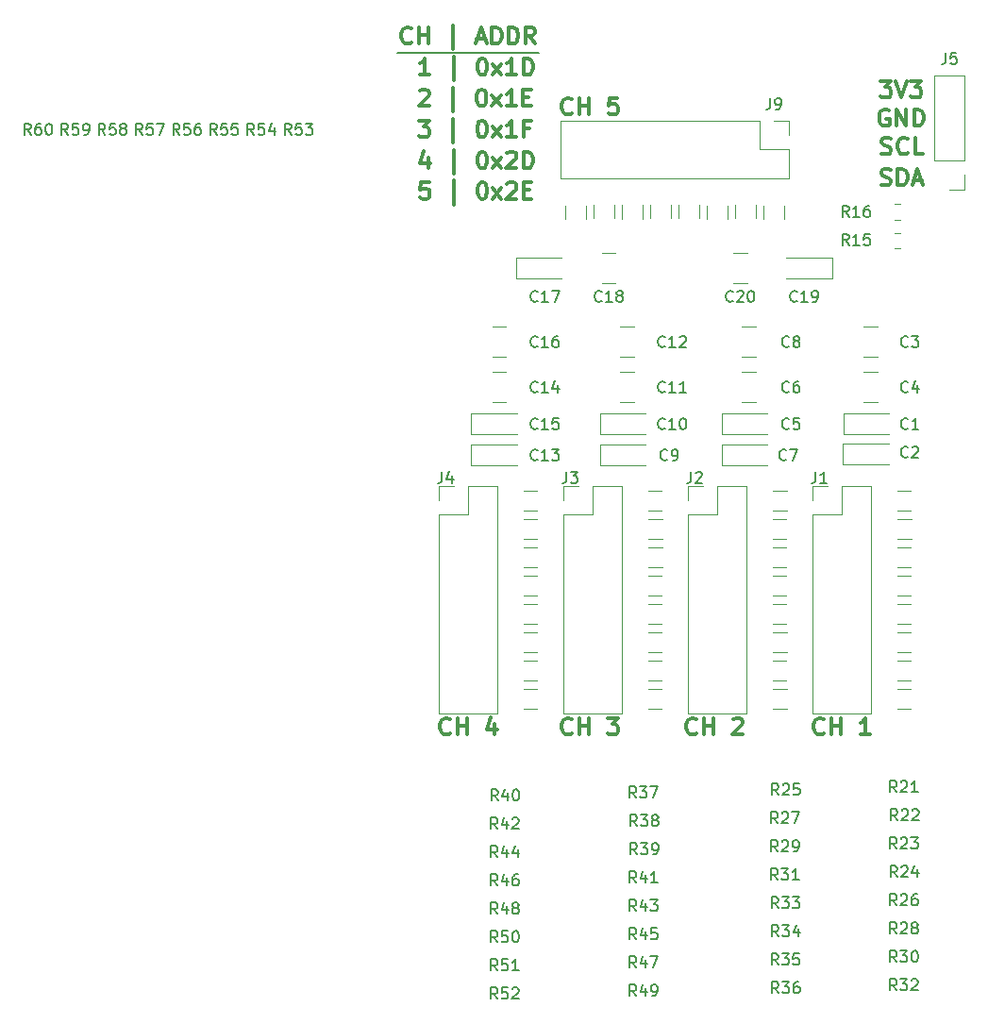
<source format=gbr>
G04 #@! TF.GenerationSoftware,KiCad,Pcbnew,5.0.2-bee76a0~70~ubuntu18.04.1*
G04 #@! TF.CreationDate,2019-01-28T20:05:27-07:00*
G04 #@! TF.ProjectId,adc,6164632e-6b69-4636-9164-5f7063625858,rev?*
G04 #@! TF.SameCoordinates,Original*
G04 #@! TF.FileFunction,Legend,Top*
G04 #@! TF.FilePolarity,Positive*
%FSLAX46Y46*%
G04 Gerber Fmt 4.6, Leading zero omitted, Abs format (unit mm)*
G04 Created by KiCad (PCBNEW 5.0.2-bee76a0~70~ubuntu18.04.1) date Mon 28 Jan 2019 08:05:27 PM MST*
%MOMM*%
%LPD*%
G01*
G04 APERTURE LIST*
%ADD10C,0.200000*%
%ADD11C,0.300000*%
%ADD12C,0.120000*%
%ADD13C,0.150000*%
G04 APERTURE END LIST*
D10*
X213868000Y-84836000D02*
X226568000Y-84836000D01*
D11*
X216702214Y-96397071D02*
X215987928Y-96397071D01*
X215916500Y-97111357D01*
X215987928Y-97039928D01*
X216130785Y-96968500D01*
X216487928Y-96968500D01*
X216630785Y-97039928D01*
X216702214Y-97111357D01*
X216773642Y-97254214D01*
X216773642Y-97611357D01*
X216702214Y-97754214D01*
X216630785Y-97825642D01*
X216487928Y-97897071D01*
X216130785Y-97897071D01*
X215987928Y-97825642D01*
X215916500Y-97754214D01*
X218916500Y-98397071D02*
X218916500Y-96254214D01*
X221416500Y-96397071D02*
X221559357Y-96397071D01*
X221702214Y-96468500D01*
X221773642Y-96539928D01*
X221845071Y-96682785D01*
X221916500Y-96968500D01*
X221916500Y-97325642D01*
X221845071Y-97611357D01*
X221773642Y-97754214D01*
X221702214Y-97825642D01*
X221559357Y-97897071D01*
X221416500Y-97897071D01*
X221273642Y-97825642D01*
X221202214Y-97754214D01*
X221130785Y-97611357D01*
X221059357Y-97325642D01*
X221059357Y-96968500D01*
X221130785Y-96682785D01*
X221202214Y-96539928D01*
X221273642Y-96468500D01*
X221416500Y-96397071D01*
X222416500Y-97897071D02*
X223202214Y-96897071D01*
X222416500Y-96897071D02*
X223202214Y-97897071D01*
X223702214Y-96539928D02*
X223773642Y-96468500D01*
X223916500Y-96397071D01*
X224273642Y-96397071D01*
X224416500Y-96468500D01*
X224487928Y-96539928D01*
X224559357Y-96682785D01*
X224559357Y-96825642D01*
X224487928Y-97039928D01*
X223630785Y-97897071D01*
X224559357Y-97897071D01*
X225202214Y-97111357D02*
X225702214Y-97111357D01*
X225916500Y-97897071D02*
X225202214Y-97897071D01*
X225202214Y-96397071D01*
X225916500Y-96397071D01*
X216622857Y-94166571D02*
X216622857Y-95166571D01*
X216265714Y-93595142D02*
X215908571Y-94666571D01*
X216837142Y-94666571D01*
X218908571Y-95666571D02*
X218908571Y-93523714D01*
X221408571Y-93666571D02*
X221551428Y-93666571D01*
X221694285Y-93738000D01*
X221765714Y-93809428D01*
X221837142Y-93952285D01*
X221908571Y-94238000D01*
X221908571Y-94595142D01*
X221837142Y-94880857D01*
X221765714Y-95023714D01*
X221694285Y-95095142D01*
X221551428Y-95166571D01*
X221408571Y-95166571D01*
X221265714Y-95095142D01*
X221194285Y-95023714D01*
X221122857Y-94880857D01*
X221051428Y-94595142D01*
X221051428Y-94238000D01*
X221122857Y-93952285D01*
X221194285Y-93809428D01*
X221265714Y-93738000D01*
X221408571Y-93666571D01*
X222408571Y-95166571D02*
X223194285Y-94166571D01*
X222408571Y-94166571D02*
X223194285Y-95166571D01*
X223694285Y-93809428D02*
X223765714Y-93738000D01*
X223908571Y-93666571D01*
X224265714Y-93666571D01*
X224408571Y-93738000D01*
X224480000Y-93809428D01*
X224551428Y-93952285D01*
X224551428Y-94095142D01*
X224480000Y-94309428D01*
X223622857Y-95166571D01*
X224551428Y-95166571D01*
X225194285Y-95166571D02*
X225194285Y-93666571D01*
X225551428Y-93666571D01*
X225765714Y-93738000D01*
X225908571Y-93880857D01*
X225980000Y-94023714D01*
X226051428Y-94309428D01*
X226051428Y-94523714D01*
X225980000Y-94809428D01*
X225908571Y-94952285D01*
X225765714Y-95095142D01*
X225551428Y-95166571D01*
X225194285Y-95166571D01*
X215817285Y-90872571D02*
X216745857Y-90872571D01*
X216245857Y-91444000D01*
X216460142Y-91444000D01*
X216603000Y-91515428D01*
X216674428Y-91586857D01*
X216745857Y-91729714D01*
X216745857Y-92086857D01*
X216674428Y-92229714D01*
X216603000Y-92301142D01*
X216460142Y-92372571D01*
X216031571Y-92372571D01*
X215888714Y-92301142D01*
X215817285Y-92229714D01*
X218888714Y-92872571D02*
X218888714Y-90729714D01*
X221388714Y-90872571D02*
X221531571Y-90872571D01*
X221674428Y-90944000D01*
X221745857Y-91015428D01*
X221817285Y-91158285D01*
X221888714Y-91444000D01*
X221888714Y-91801142D01*
X221817285Y-92086857D01*
X221745857Y-92229714D01*
X221674428Y-92301142D01*
X221531571Y-92372571D01*
X221388714Y-92372571D01*
X221245857Y-92301142D01*
X221174428Y-92229714D01*
X221103000Y-92086857D01*
X221031571Y-91801142D01*
X221031571Y-91444000D01*
X221103000Y-91158285D01*
X221174428Y-91015428D01*
X221245857Y-90944000D01*
X221388714Y-90872571D01*
X222388714Y-92372571D02*
X223174428Y-91372571D01*
X222388714Y-91372571D02*
X223174428Y-92372571D01*
X224531571Y-92372571D02*
X223674428Y-92372571D01*
X224103000Y-92372571D02*
X224103000Y-90872571D01*
X223960142Y-91086857D01*
X223817285Y-91229714D01*
X223674428Y-91301142D01*
X225674428Y-91586857D02*
X225174428Y-91586857D01*
X225174428Y-92372571D02*
X225174428Y-90872571D01*
X225888714Y-90872571D01*
X215853000Y-88221428D02*
X215924428Y-88150000D01*
X216067285Y-88078571D01*
X216424428Y-88078571D01*
X216567285Y-88150000D01*
X216638714Y-88221428D01*
X216710142Y-88364285D01*
X216710142Y-88507142D01*
X216638714Y-88721428D01*
X215781571Y-89578571D01*
X216710142Y-89578571D01*
X218853000Y-90078571D02*
X218853000Y-87935714D01*
X221353000Y-88078571D02*
X221495857Y-88078571D01*
X221638714Y-88150000D01*
X221710142Y-88221428D01*
X221781571Y-88364285D01*
X221853000Y-88650000D01*
X221853000Y-89007142D01*
X221781571Y-89292857D01*
X221710142Y-89435714D01*
X221638714Y-89507142D01*
X221495857Y-89578571D01*
X221353000Y-89578571D01*
X221210142Y-89507142D01*
X221138714Y-89435714D01*
X221067285Y-89292857D01*
X220995857Y-89007142D01*
X220995857Y-88650000D01*
X221067285Y-88364285D01*
X221138714Y-88221428D01*
X221210142Y-88150000D01*
X221353000Y-88078571D01*
X222353000Y-89578571D02*
X223138714Y-88578571D01*
X222353000Y-88578571D02*
X223138714Y-89578571D01*
X224495857Y-89578571D02*
X223638714Y-89578571D01*
X224067285Y-89578571D02*
X224067285Y-88078571D01*
X223924428Y-88292857D01*
X223781571Y-88435714D01*
X223638714Y-88507142D01*
X225138714Y-88792857D02*
X225638714Y-88792857D01*
X225853000Y-89578571D02*
X225138714Y-89578571D01*
X225138714Y-88078571D01*
X225853000Y-88078571D01*
X216765714Y-86784571D02*
X215908571Y-86784571D01*
X216337142Y-86784571D02*
X216337142Y-85284571D01*
X216194285Y-85498857D01*
X216051428Y-85641714D01*
X215908571Y-85713142D01*
X218908571Y-87284571D02*
X218908571Y-85141714D01*
X221408571Y-85284571D02*
X221551428Y-85284571D01*
X221694285Y-85356000D01*
X221765714Y-85427428D01*
X221837142Y-85570285D01*
X221908571Y-85856000D01*
X221908571Y-86213142D01*
X221837142Y-86498857D01*
X221765714Y-86641714D01*
X221694285Y-86713142D01*
X221551428Y-86784571D01*
X221408571Y-86784571D01*
X221265714Y-86713142D01*
X221194285Y-86641714D01*
X221122857Y-86498857D01*
X221051428Y-86213142D01*
X221051428Y-85856000D01*
X221122857Y-85570285D01*
X221194285Y-85427428D01*
X221265714Y-85356000D01*
X221408571Y-85284571D01*
X222408571Y-86784571D02*
X223194285Y-85784571D01*
X222408571Y-85784571D02*
X223194285Y-86784571D01*
X224551428Y-86784571D02*
X223694285Y-86784571D01*
X224122857Y-86784571D02*
X224122857Y-85284571D01*
X223980000Y-85498857D01*
X223837142Y-85641714D01*
X223694285Y-85713142D01*
X225194285Y-86784571D02*
X225194285Y-85284571D01*
X225551428Y-85284571D01*
X225765714Y-85356000D01*
X225908571Y-85498857D01*
X225980000Y-85641714D01*
X226051428Y-85927428D01*
X226051428Y-86141714D01*
X225980000Y-86427428D01*
X225908571Y-86570285D01*
X225765714Y-86713142D01*
X225551428Y-86784571D01*
X225194285Y-86784571D01*
X215146571Y-83847714D02*
X215075142Y-83919142D01*
X214860857Y-83990571D01*
X214718000Y-83990571D01*
X214503714Y-83919142D01*
X214360857Y-83776285D01*
X214289428Y-83633428D01*
X214218000Y-83347714D01*
X214218000Y-83133428D01*
X214289428Y-82847714D01*
X214360857Y-82704857D01*
X214503714Y-82562000D01*
X214718000Y-82490571D01*
X214860857Y-82490571D01*
X215075142Y-82562000D01*
X215146571Y-82633428D01*
X215789428Y-83990571D02*
X215789428Y-82490571D01*
X215789428Y-83204857D02*
X216646571Y-83204857D01*
X216646571Y-83990571D02*
X216646571Y-82490571D01*
X218860857Y-84490571D02*
X218860857Y-82347714D01*
X221003714Y-83562000D02*
X221718000Y-83562000D01*
X220860857Y-83990571D02*
X221360857Y-82490571D01*
X221860857Y-83990571D01*
X222360857Y-83990571D02*
X222360857Y-82490571D01*
X222718000Y-82490571D01*
X222932285Y-82562000D01*
X223075142Y-82704857D01*
X223146571Y-82847714D01*
X223218000Y-83133428D01*
X223218000Y-83347714D01*
X223146571Y-83633428D01*
X223075142Y-83776285D01*
X222932285Y-83919142D01*
X222718000Y-83990571D01*
X222360857Y-83990571D01*
X223860857Y-83990571D02*
X223860857Y-82490571D01*
X224218000Y-82490571D01*
X224432285Y-82562000D01*
X224575142Y-82704857D01*
X224646571Y-82847714D01*
X224718000Y-83133428D01*
X224718000Y-83347714D01*
X224646571Y-83633428D01*
X224575142Y-83776285D01*
X224432285Y-83919142D01*
X224218000Y-83990571D01*
X223860857Y-83990571D01*
X226218000Y-83990571D02*
X225718000Y-83276285D01*
X225360857Y-83990571D02*
X225360857Y-82490571D01*
X225932285Y-82490571D01*
X226075142Y-82562000D01*
X226146571Y-82633428D01*
X226218000Y-82776285D01*
X226218000Y-82990571D01*
X226146571Y-83133428D01*
X226075142Y-83204857D01*
X225932285Y-83276285D01*
X225360857Y-83276285D01*
X229532857Y-90197714D02*
X229461428Y-90269142D01*
X229247142Y-90340571D01*
X229104285Y-90340571D01*
X228890000Y-90269142D01*
X228747142Y-90126285D01*
X228675714Y-89983428D01*
X228604285Y-89697714D01*
X228604285Y-89483428D01*
X228675714Y-89197714D01*
X228747142Y-89054857D01*
X228890000Y-88912000D01*
X229104285Y-88840571D01*
X229247142Y-88840571D01*
X229461428Y-88912000D01*
X229532857Y-88983428D01*
X230175714Y-90340571D02*
X230175714Y-88840571D01*
X230175714Y-89554857D02*
X231032857Y-89554857D01*
X231032857Y-90340571D02*
X231032857Y-88840571D01*
X233604285Y-88840571D02*
X232890000Y-88840571D01*
X232818571Y-89554857D01*
X232890000Y-89483428D01*
X233032857Y-89412000D01*
X233390000Y-89412000D01*
X233532857Y-89483428D01*
X233604285Y-89554857D01*
X233675714Y-89697714D01*
X233675714Y-90054857D01*
X233604285Y-90197714D01*
X233532857Y-90269142D01*
X233390000Y-90340571D01*
X233032857Y-90340571D01*
X232890000Y-90269142D01*
X232818571Y-90197714D01*
X218610857Y-145823714D02*
X218539428Y-145895142D01*
X218325142Y-145966571D01*
X218182285Y-145966571D01*
X217968000Y-145895142D01*
X217825142Y-145752285D01*
X217753714Y-145609428D01*
X217682285Y-145323714D01*
X217682285Y-145109428D01*
X217753714Y-144823714D01*
X217825142Y-144680857D01*
X217968000Y-144538000D01*
X218182285Y-144466571D01*
X218325142Y-144466571D01*
X218539428Y-144538000D01*
X218610857Y-144609428D01*
X219253714Y-145966571D02*
X219253714Y-144466571D01*
X219253714Y-145180857D02*
X220110857Y-145180857D01*
X220110857Y-145966571D02*
X220110857Y-144466571D01*
X222610857Y-144966571D02*
X222610857Y-145966571D01*
X222253714Y-144395142D02*
X221896571Y-145466571D01*
X222825142Y-145466571D01*
X229532857Y-145823714D02*
X229461428Y-145895142D01*
X229247142Y-145966571D01*
X229104285Y-145966571D01*
X228890000Y-145895142D01*
X228747142Y-145752285D01*
X228675714Y-145609428D01*
X228604285Y-145323714D01*
X228604285Y-145109428D01*
X228675714Y-144823714D01*
X228747142Y-144680857D01*
X228890000Y-144538000D01*
X229104285Y-144466571D01*
X229247142Y-144466571D01*
X229461428Y-144538000D01*
X229532857Y-144609428D01*
X230175714Y-145966571D02*
X230175714Y-144466571D01*
X230175714Y-145180857D02*
X231032857Y-145180857D01*
X231032857Y-145966571D02*
X231032857Y-144466571D01*
X232747142Y-144466571D02*
X233675714Y-144466571D01*
X233175714Y-145038000D01*
X233390000Y-145038000D01*
X233532857Y-145109428D01*
X233604285Y-145180857D01*
X233675714Y-145323714D01*
X233675714Y-145680857D01*
X233604285Y-145823714D01*
X233532857Y-145895142D01*
X233390000Y-145966571D01*
X232961428Y-145966571D01*
X232818571Y-145895142D01*
X232747142Y-145823714D01*
X240708857Y-145823714D02*
X240637428Y-145895142D01*
X240423142Y-145966571D01*
X240280285Y-145966571D01*
X240066000Y-145895142D01*
X239923142Y-145752285D01*
X239851714Y-145609428D01*
X239780285Y-145323714D01*
X239780285Y-145109428D01*
X239851714Y-144823714D01*
X239923142Y-144680857D01*
X240066000Y-144538000D01*
X240280285Y-144466571D01*
X240423142Y-144466571D01*
X240637428Y-144538000D01*
X240708857Y-144609428D01*
X241351714Y-145966571D02*
X241351714Y-144466571D01*
X241351714Y-145180857D02*
X242208857Y-145180857D01*
X242208857Y-145966571D02*
X242208857Y-144466571D01*
X243994571Y-144609428D02*
X244066000Y-144538000D01*
X244208857Y-144466571D01*
X244566000Y-144466571D01*
X244708857Y-144538000D01*
X244780285Y-144609428D01*
X244851714Y-144752285D01*
X244851714Y-144895142D01*
X244780285Y-145109428D01*
X243923142Y-145966571D01*
X244851714Y-145966571D01*
X252138857Y-145823714D02*
X252067428Y-145895142D01*
X251853142Y-145966571D01*
X251710285Y-145966571D01*
X251496000Y-145895142D01*
X251353142Y-145752285D01*
X251281714Y-145609428D01*
X251210285Y-145323714D01*
X251210285Y-145109428D01*
X251281714Y-144823714D01*
X251353142Y-144680857D01*
X251496000Y-144538000D01*
X251710285Y-144466571D01*
X251853142Y-144466571D01*
X252067428Y-144538000D01*
X252138857Y-144609428D01*
X252781714Y-145966571D02*
X252781714Y-144466571D01*
X252781714Y-145180857D02*
X253638857Y-145180857D01*
X253638857Y-145966571D02*
X253638857Y-144466571D01*
X256281714Y-145966571D02*
X255424571Y-145966571D01*
X255853142Y-145966571D02*
X255853142Y-144466571D01*
X255710285Y-144680857D01*
X255567428Y-144823714D01*
X255424571Y-144895142D01*
X257222857Y-87316571D02*
X258151428Y-87316571D01*
X257651428Y-87888000D01*
X257865714Y-87888000D01*
X258008571Y-87959428D01*
X258080000Y-88030857D01*
X258151428Y-88173714D01*
X258151428Y-88530857D01*
X258080000Y-88673714D01*
X258008571Y-88745142D01*
X257865714Y-88816571D01*
X257437142Y-88816571D01*
X257294285Y-88745142D01*
X257222857Y-88673714D01*
X258580000Y-87316571D02*
X259080000Y-88816571D01*
X259580000Y-87316571D01*
X259937142Y-87316571D02*
X260865714Y-87316571D01*
X260365714Y-87888000D01*
X260580000Y-87888000D01*
X260722857Y-87959428D01*
X260794285Y-88030857D01*
X260865714Y-88173714D01*
X260865714Y-88530857D01*
X260794285Y-88673714D01*
X260722857Y-88745142D01*
X260580000Y-88816571D01*
X260151428Y-88816571D01*
X260008571Y-88745142D01*
X259937142Y-88673714D01*
X257937142Y-89928000D02*
X257794285Y-89856571D01*
X257580000Y-89856571D01*
X257365714Y-89928000D01*
X257222857Y-90070857D01*
X257151428Y-90213714D01*
X257080000Y-90499428D01*
X257080000Y-90713714D01*
X257151428Y-90999428D01*
X257222857Y-91142285D01*
X257365714Y-91285142D01*
X257580000Y-91356571D01*
X257722857Y-91356571D01*
X257937142Y-91285142D01*
X258008571Y-91213714D01*
X258008571Y-90713714D01*
X257722857Y-90713714D01*
X258651428Y-91356571D02*
X258651428Y-89856571D01*
X259508571Y-91356571D01*
X259508571Y-89856571D01*
X260222857Y-91356571D02*
X260222857Y-89856571D01*
X260580000Y-89856571D01*
X260794285Y-89928000D01*
X260937142Y-90070857D01*
X261008571Y-90213714D01*
X261080000Y-90499428D01*
X261080000Y-90713714D01*
X261008571Y-90999428D01*
X260937142Y-91142285D01*
X260794285Y-91285142D01*
X260580000Y-91356571D01*
X260222857Y-91356571D01*
X257294285Y-93825142D02*
X257508571Y-93896571D01*
X257865714Y-93896571D01*
X258008571Y-93825142D01*
X258080000Y-93753714D01*
X258151428Y-93610857D01*
X258151428Y-93468000D01*
X258080000Y-93325142D01*
X258008571Y-93253714D01*
X257865714Y-93182285D01*
X257580000Y-93110857D01*
X257437142Y-93039428D01*
X257365714Y-92968000D01*
X257294285Y-92825142D01*
X257294285Y-92682285D01*
X257365714Y-92539428D01*
X257437142Y-92468000D01*
X257580000Y-92396571D01*
X257937142Y-92396571D01*
X258151428Y-92468000D01*
X259651428Y-93753714D02*
X259580000Y-93825142D01*
X259365714Y-93896571D01*
X259222857Y-93896571D01*
X259008571Y-93825142D01*
X258865714Y-93682285D01*
X258794285Y-93539428D01*
X258722857Y-93253714D01*
X258722857Y-93039428D01*
X258794285Y-92753714D01*
X258865714Y-92610857D01*
X259008571Y-92468000D01*
X259222857Y-92396571D01*
X259365714Y-92396571D01*
X259580000Y-92468000D01*
X259651428Y-92539428D01*
X261008571Y-93896571D02*
X260294285Y-93896571D01*
X260294285Y-92396571D01*
X257258571Y-96619142D02*
X257472857Y-96690571D01*
X257830000Y-96690571D01*
X257972857Y-96619142D01*
X258044285Y-96547714D01*
X258115714Y-96404857D01*
X258115714Y-96262000D01*
X258044285Y-96119142D01*
X257972857Y-96047714D01*
X257830000Y-95976285D01*
X257544285Y-95904857D01*
X257401428Y-95833428D01*
X257330000Y-95762000D01*
X257258571Y-95619142D01*
X257258571Y-95476285D01*
X257330000Y-95333428D01*
X257401428Y-95262000D01*
X257544285Y-95190571D01*
X257901428Y-95190571D01*
X258115714Y-95262000D01*
X258758571Y-96690571D02*
X258758571Y-95190571D01*
X259115714Y-95190571D01*
X259330000Y-95262000D01*
X259472857Y-95404857D01*
X259544285Y-95547714D01*
X259615714Y-95833428D01*
X259615714Y-96047714D01*
X259544285Y-96333428D01*
X259472857Y-96476285D01*
X259330000Y-96619142D01*
X259115714Y-96690571D01*
X258758571Y-96690571D01*
X260187142Y-96262000D02*
X260901428Y-96262000D01*
X260044285Y-96690571D02*
X260544285Y-95190571D01*
X261044285Y-96690571D01*
D12*
G04 #@! TO.C,C3*
X255720436Y-109384000D02*
X256924564Y-109384000D01*
X255720436Y-112104000D02*
X256924564Y-112104000D01*
G04 #@! TO.C,C4*
X255720436Y-116168000D02*
X256924564Y-116168000D01*
X255720436Y-113448000D02*
X256924564Y-113448000D01*
G04 #@! TO.C,C6*
X246002564Y-116168000D02*
X244798436Y-116168000D01*
X246002564Y-113448000D02*
X244798436Y-113448000D01*
G04 #@! TO.C,C8*
X246002564Y-109384000D02*
X244798436Y-109384000D01*
X246002564Y-112104000D02*
X244798436Y-112104000D01*
G04 #@! TO.C,C11*
X233876436Y-113448000D02*
X235080564Y-113448000D01*
X233876436Y-116168000D02*
X235080564Y-116168000D01*
G04 #@! TO.C,C12*
X233876436Y-112104000D02*
X235080564Y-112104000D01*
X233876436Y-109384000D02*
X235080564Y-109384000D01*
G04 #@! TO.C,C14*
X223587064Y-113448000D02*
X222382936Y-113448000D01*
X223587064Y-116168000D02*
X222382936Y-116168000D01*
G04 #@! TO.C,C16*
X223587064Y-112040500D02*
X222382936Y-112040500D01*
X223587064Y-109320500D02*
X222382936Y-109320500D01*
G04 #@! TO.C,C20*
X245240564Y-105436500D02*
X244036436Y-105436500D01*
X245240564Y-102716500D02*
X244036436Y-102716500D01*
G04 #@! TO.C,R21*
X259899564Y-125878000D02*
X258695436Y-125878000D01*
X259899564Y-124058000D02*
X258695436Y-124058000D01*
G04 #@! TO.C,R22*
X259972564Y-126598000D02*
X258768436Y-126598000D01*
X259972564Y-128418000D02*
X258768436Y-128418000D01*
G04 #@! TO.C,R23*
X259899564Y-130958000D02*
X258695436Y-130958000D01*
X259899564Y-129138000D02*
X258695436Y-129138000D01*
G04 #@! TO.C,R24*
X259936064Y-131678000D02*
X258731936Y-131678000D01*
X259936064Y-133498000D02*
X258731936Y-133498000D01*
G04 #@! TO.C,R25*
X248796564Y-125878000D02*
X247592436Y-125878000D01*
X248796564Y-124058000D02*
X247592436Y-124058000D01*
G04 #@! TO.C,R26*
X259899564Y-134218000D02*
X258695436Y-134218000D01*
X259899564Y-136038000D02*
X258695436Y-136038000D01*
G04 #@! TO.C,R27*
X248723564Y-126598000D02*
X247519436Y-126598000D01*
X248723564Y-128418000D02*
X247519436Y-128418000D01*
G04 #@! TO.C,R28*
X259899564Y-138578000D02*
X258695436Y-138578000D01*
X259899564Y-136758000D02*
X258695436Y-136758000D01*
G04 #@! TO.C,R29*
X248723564Y-130958000D02*
X247519436Y-130958000D01*
X248723564Y-129138000D02*
X247519436Y-129138000D01*
G04 #@! TO.C,R30*
X259899564Y-139298000D02*
X258695436Y-139298000D01*
X259899564Y-141118000D02*
X258695436Y-141118000D01*
G04 #@! TO.C,R31*
X248723564Y-131678000D02*
X247519436Y-131678000D01*
X248723564Y-133498000D02*
X247519436Y-133498000D01*
G04 #@! TO.C,R32*
X259899564Y-143658000D02*
X258695436Y-143658000D01*
X259899564Y-141838000D02*
X258695436Y-141838000D01*
G04 #@! TO.C,R33*
X248760064Y-136038000D02*
X247555936Y-136038000D01*
X248760064Y-134218000D02*
X247555936Y-134218000D01*
G04 #@! TO.C,R34*
X248796564Y-136758000D02*
X247592436Y-136758000D01*
X248796564Y-138578000D02*
X247592436Y-138578000D01*
G04 #@! TO.C,R35*
X248760064Y-141118000D02*
X247555936Y-141118000D01*
X248760064Y-139298000D02*
X247555936Y-139298000D01*
G04 #@! TO.C,R36*
X248796564Y-141838000D02*
X247592436Y-141838000D01*
X248796564Y-143658000D02*
X247592436Y-143658000D01*
G04 #@! TO.C,R37*
X237547564Y-124058000D02*
X236343436Y-124058000D01*
X237547564Y-125878000D02*
X236343436Y-125878000D01*
G04 #@! TO.C,R38*
X237620564Y-128418000D02*
X236416436Y-128418000D01*
X237620564Y-126598000D02*
X236416436Y-126598000D01*
G04 #@! TO.C,R39*
X237620564Y-129138000D02*
X236416436Y-129138000D01*
X237620564Y-130958000D02*
X236416436Y-130958000D01*
G04 #@! TO.C,R40*
X226408064Y-125878000D02*
X225203936Y-125878000D01*
X226408064Y-124058000D02*
X225203936Y-124058000D01*
G04 #@! TO.C,R41*
X237547564Y-133498000D02*
X236343436Y-133498000D01*
X237547564Y-131678000D02*
X236343436Y-131678000D01*
G04 #@! TO.C,R42*
X226371564Y-126598000D02*
X225167436Y-126598000D01*
X226371564Y-128418000D02*
X225167436Y-128418000D01*
G04 #@! TO.C,R43*
X237547564Y-134218000D02*
X236343436Y-134218000D01*
X237547564Y-136038000D02*
X236343436Y-136038000D01*
G04 #@! TO.C,R44*
X226371564Y-130958000D02*
X225167436Y-130958000D01*
X226371564Y-129138000D02*
X225167436Y-129138000D01*
G04 #@! TO.C,R45*
X237547564Y-138578000D02*
X236343436Y-138578000D01*
X237547564Y-136758000D02*
X236343436Y-136758000D01*
G04 #@! TO.C,R46*
X226371564Y-131678000D02*
X225167436Y-131678000D01*
X226371564Y-133498000D02*
X225167436Y-133498000D01*
G04 #@! TO.C,R47*
X237547564Y-139298000D02*
X236343436Y-139298000D01*
X237547564Y-141118000D02*
X236343436Y-141118000D01*
G04 #@! TO.C,R48*
X226371564Y-136038000D02*
X225167436Y-136038000D01*
X226371564Y-134218000D02*
X225167436Y-134218000D01*
G04 #@! TO.C,R49*
X237547564Y-143658000D02*
X236343436Y-143658000D01*
X237547564Y-141838000D02*
X236343436Y-141838000D01*
G04 #@! TO.C,R50*
X226371564Y-136758000D02*
X225167436Y-136758000D01*
X226371564Y-138578000D02*
X225167436Y-138578000D01*
G04 #@! TO.C,R51*
X226371564Y-141118000D02*
X225167436Y-141118000D01*
X226371564Y-139298000D02*
X225167436Y-139298000D01*
G04 #@! TO.C,R52*
X226371564Y-141838000D02*
X225167436Y-141838000D01*
X226371564Y-143658000D02*
X225167436Y-143658000D01*
G04 #@! TO.C,R53*
X246740000Y-99698564D02*
X246740000Y-98494436D01*
X248560000Y-99698564D02*
X248560000Y-98494436D01*
G04 #@! TO.C,R54*
X246020000Y-99625564D02*
X246020000Y-98421436D01*
X244200000Y-99625564D02*
X244200000Y-98421436D01*
G04 #@! TO.C,R55*
X241660000Y-99698564D02*
X241660000Y-98494436D01*
X243480000Y-99698564D02*
X243480000Y-98494436D01*
G04 #@! TO.C,R56*
X240940000Y-99625564D02*
X240940000Y-98421436D01*
X239120000Y-99625564D02*
X239120000Y-98421436D01*
G04 #@! TO.C,R57*
X236580000Y-99625564D02*
X236580000Y-98421436D01*
X238400000Y-99625564D02*
X238400000Y-98421436D01*
G04 #@! TO.C,R58*
X235860000Y-99662064D02*
X235860000Y-98457936D01*
X234040000Y-99662064D02*
X234040000Y-98457936D01*
G04 #@! TO.C,R59*
X231500000Y-99625564D02*
X231500000Y-98421436D01*
X233320000Y-99625564D02*
X233320000Y-98421436D01*
G04 #@! TO.C,R60*
X230780000Y-99698564D02*
X230780000Y-98494436D01*
X228960000Y-99698564D02*
X228960000Y-98494436D01*
G04 #@! TO.C,C18*
X233429564Y-105500000D02*
X232225436Y-105500000D01*
X233429564Y-102780000D02*
X232225436Y-102780000D01*
G04 #@! TO.C,J1*
X251146000Y-144078000D02*
X256346000Y-144078000D01*
X251146000Y-126238000D02*
X251146000Y-144078000D01*
X256346000Y-123638000D02*
X256346000Y-144078000D01*
X251146000Y-126238000D02*
X253746000Y-126238000D01*
X253746000Y-126238000D02*
X253746000Y-123638000D01*
X253746000Y-123638000D02*
X256346000Y-123638000D01*
X251146000Y-124968000D02*
X251146000Y-123638000D01*
X251146000Y-123638000D02*
X252476000Y-123638000D01*
G04 #@! TO.C,J2*
X239970000Y-123638000D02*
X241300000Y-123638000D01*
X239970000Y-124968000D02*
X239970000Y-123638000D01*
X242570000Y-123638000D02*
X245170000Y-123638000D01*
X242570000Y-126238000D02*
X242570000Y-123638000D01*
X239970000Y-126238000D02*
X242570000Y-126238000D01*
X245170000Y-123638000D02*
X245170000Y-144078000D01*
X239970000Y-126238000D02*
X239970000Y-144078000D01*
X239970000Y-144078000D02*
X245170000Y-144078000D01*
G04 #@! TO.C,J3*
X228794000Y-144078000D02*
X233994000Y-144078000D01*
X228794000Y-126238000D02*
X228794000Y-144078000D01*
X233994000Y-123638000D02*
X233994000Y-144078000D01*
X228794000Y-126238000D02*
X231394000Y-126238000D01*
X231394000Y-126238000D02*
X231394000Y-123638000D01*
X231394000Y-123638000D02*
X233994000Y-123638000D01*
X228794000Y-124968000D02*
X228794000Y-123638000D01*
X228794000Y-123638000D02*
X230124000Y-123638000D01*
G04 #@! TO.C,J4*
X217618000Y-144078000D02*
X222818000Y-144078000D01*
X217618000Y-126238000D02*
X217618000Y-144078000D01*
X222818000Y-123638000D02*
X222818000Y-144078000D01*
X217618000Y-126238000D02*
X220218000Y-126238000D01*
X220218000Y-126238000D02*
X220218000Y-123638000D01*
X220218000Y-123638000D02*
X222818000Y-123638000D01*
X217618000Y-124968000D02*
X217618000Y-123638000D01*
X217618000Y-123638000D02*
X218948000Y-123638000D01*
G04 #@! TO.C,J5*
X264728000Y-86808000D02*
X262068000Y-86808000D01*
X264728000Y-94488000D02*
X264728000Y-86808000D01*
X262068000Y-94488000D02*
X262068000Y-86808000D01*
X264728000Y-94488000D02*
X262068000Y-94488000D01*
X264728000Y-95758000D02*
X264728000Y-97088000D01*
X264728000Y-97088000D02*
X263398000Y-97088000D01*
G04 #@! TO.C,J9*
X248980000Y-90872000D02*
X248980000Y-92202000D01*
X247650000Y-90872000D02*
X248980000Y-90872000D01*
X248980000Y-93472000D02*
X248980000Y-96072000D01*
X246380000Y-93472000D02*
X248980000Y-93472000D01*
X246380000Y-90872000D02*
X246380000Y-93472000D01*
X248980000Y-96072000D02*
X228540000Y-96072000D01*
X246380000Y-90872000D02*
X228540000Y-90872000D01*
X228540000Y-90872000D02*
X228540000Y-96072000D01*
G04 #@! TO.C,C1*
X253887500Y-119045000D02*
X257972500Y-119045000D01*
X253887500Y-117175000D02*
X253887500Y-119045000D01*
X257972500Y-117175000D02*
X253887500Y-117175000D01*
G04 #@! TO.C,C2*
X257926500Y-119842000D02*
X253841500Y-119842000D01*
X253841500Y-119842000D02*
X253841500Y-121712000D01*
X253841500Y-121712000D02*
X257926500Y-121712000D01*
G04 #@! TO.C,C5*
X247050500Y-117175000D02*
X242965500Y-117175000D01*
X242965500Y-117175000D02*
X242965500Y-119045000D01*
X242965500Y-119045000D02*
X247050500Y-119045000D01*
G04 #@! TO.C,C7*
X242965500Y-121839000D02*
X247050500Y-121839000D01*
X242965500Y-119969000D02*
X242965500Y-121839000D01*
X247050500Y-119969000D02*
X242965500Y-119969000D01*
G04 #@! TO.C,C9*
X232043500Y-121839000D02*
X236128500Y-121839000D01*
X232043500Y-119969000D02*
X232043500Y-121839000D01*
X236128500Y-119969000D02*
X232043500Y-119969000D01*
G04 #@! TO.C,C10*
X236128500Y-117175000D02*
X232043500Y-117175000D01*
X232043500Y-117175000D02*
X232043500Y-119045000D01*
X232043500Y-119045000D02*
X236128500Y-119045000D01*
G04 #@! TO.C,C13*
X224571500Y-119969000D02*
X220486500Y-119969000D01*
X220486500Y-119969000D02*
X220486500Y-121839000D01*
X220486500Y-121839000D02*
X224571500Y-121839000D01*
G04 #@! TO.C,C15*
X220486500Y-119045000D02*
X224571500Y-119045000D01*
X220486500Y-117175000D02*
X220486500Y-119045000D01*
X224571500Y-117175000D02*
X220486500Y-117175000D01*
G04 #@! TO.C,C17*
X224504500Y-105075000D02*
X228589500Y-105075000D01*
X224504500Y-103205000D02*
X224504500Y-105075000D01*
X228589500Y-103205000D02*
X224504500Y-103205000D01*
G04 #@! TO.C,C19*
X248757500Y-105075000D02*
X252842500Y-105075000D01*
X252842500Y-105075000D02*
X252842500Y-103205000D01*
X252842500Y-103205000D02*
X248757500Y-103205000D01*
G04 #@! TO.C,R15*
X258990251Y-100930999D02*
X258467747Y-100930999D01*
X258990251Y-102350999D02*
X258467747Y-102350999D01*
G04 #@! TO.C,R16*
X258990251Y-99770000D02*
X258467747Y-99770000D01*
X258990251Y-98350000D02*
X258467747Y-98350000D01*
G04 #@! TO.C,C3*
D13*
X259675333Y-111101142D02*
X259627714Y-111148761D01*
X259484857Y-111196380D01*
X259389619Y-111196380D01*
X259246761Y-111148761D01*
X259151523Y-111053523D01*
X259103904Y-110958285D01*
X259056285Y-110767809D01*
X259056285Y-110624952D01*
X259103904Y-110434476D01*
X259151523Y-110339238D01*
X259246761Y-110244000D01*
X259389619Y-110196380D01*
X259484857Y-110196380D01*
X259627714Y-110244000D01*
X259675333Y-110291619D01*
X260008666Y-110196380D02*
X260627714Y-110196380D01*
X260294380Y-110577333D01*
X260437238Y-110577333D01*
X260532476Y-110624952D01*
X260580095Y-110672571D01*
X260627714Y-110767809D01*
X260627714Y-111005904D01*
X260580095Y-111101142D01*
X260532476Y-111148761D01*
X260437238Y-111196380D01*
X260151523Y-111196380D01*
X260056285Y-111148761D01*
X260008666Y-111101142D01*
G04 #@! TO.C,C4*
X259675333Y-115165142D02*
X259627714Y-115212761D01*
X259484857Y-115260380D01*
X259389619Y-115260380D01*
X259246761Y-115212761D01*
X259151523Y-115117523D01*
X259103904Y-115022285D01*
X259056285Y-114831809D01*
X259056285Y-114688952D01*
X259103904Y-114498476D01*
X259151523Y-114403238D01*
X259246761Y-114308000D01*
X259389619Y-114260380D01*
X259484857Y-114260380D01*
X259627714Y-114308000D01*
X259675333Y-114355619D01*
X260532476Y-114593714D02*
X260532476Y-115260380D01*
X260294380Y-114212761D02*
X260056285Y-114927047D01*
X260675333Y-114927047D01*
G04 #@! TO.C,C6*
X249007333Y-115165142D02*
X248959714Y-115212761D01*
X248816857Y-115260380D01*
X248721619Y-115260380D01*
X248578761Y-115212761D01*
X248483523Y-115117523D01*
X248435904Y-115022285D01*
X248388285Y-114831809D01*
X248388285Y-114688952D01*
X248435904Y-114498476D01*
X248483523Y-114403238D01*
X248578761Y-114308000D01*
X248721619Y-114260380D01*
X248816857Y-114260380D01*
X248959714Y-114308000D01*
X249007333Y-114355619D01*
X249864476Y-114260380D02*
X249674000Y-114260380D01*
X249578761Y-114308000D01*
X249531142Y-114355619D01*
X249435904Y-114498476D01*
X249388285Y-114688952D01*
X249388285Y-115069904D01*
X249435904Y-115165142D01*
X249483523Y-115212761D01*
X249578761Y-115260380D01*
X249769238Y-115260380D01*
X249864476Y-115212761D01*
X249912095Y-115165142D01*
X249959714Y-115069904D01*
X249959714Y-114831809D01*
X249912095Y-114736571D01*
X249864476Y-114688952D01*
X249769238Y-114641333D01*
X249578761Y-114641333D01*
X249483523Y-114688952D01*
X249435904Y-114736571D01*
X249388285Y-114831809D01*
G04 #@! TO.C,C8*
X249007333Y-111101142D02*
X248959714Y-111148761D01*
X248816857Y-111196380D01*
X248721619Y-111196380D01*
X248578761Y-111148761D01*
X248483523Y-111053523D01*
X248435904Y-110958285D01*
X248388285Y-110767809D01*
X248388285Y-110624952D01*
X248435904Y-110434476D01*
X248483523Y-110339238D01*
X248578761Y-110244000D01*
X248721619Y-110196380D01*
X248816857Y-110196380D01*
X248959714Y-110244000D01*
X249007333Y-110291619D01*
X249578761Y-110624952D02*
X249483523Y-110577333D01*
X249435904Y-110529714D01*
X249388285Y-110434476D01*
X249388285Y-110386857D01*
X249435904Y-110291619D01*
X249483523Y-110244000D01*
X249578761Y-110196380D01*
X249769238Y-110196380D01*
X249864476Y-110244000D01*
X249912095Y-110291619D01*
X249959714Y-110386857D01*
X249959714Y-110434476D01*
X249912095Y-110529714D01*
X249864476Y-110577333D01*
X249769238Y-110624952D01*
X249578761Y-110624952D01*
X249483523Y-110672571D01*
X249435904Y-110720190D01*
X249388285Y-110815428D01*
X249388285Y-111005904D01*
X249435904Y-111101142D01*
X249483523Y-111148761D01*
X249578761Y-111196380D01*
X249769238Y-111196380D01*
X249864476Y-111148761D01*
X249912095Y-111101142D01*
X249959714Y-111005904D01*
X249959714Y-110815428D01*
X249912095Y-110720190D01*
X249864476Y-110672571D01*
X249769238Y-110624952D01*
G04 #@! TO.C,C11*
X237863142Y-115165142D02*
X237815523Y-115212761D01*
X237672666Y-115260380D01*
X237577428Y-115260380D01*
X237434571Y-115212761D01*
X237339333Y-115117523D01*
X237291714Y-115022285D01*
X237244095Y-114831809D01*
X237244095Y-114688952D01*
X237291714Y-114498476D01*
X237339333Y-114403238D01*
X237434571Y-114308000D01*
X237577428Y-114260380D01*
X237672666Y-114260380D01*
X237815523Y-114308000D01*
X237863142Y-114355619D01*
X238815523Y-115260380D02*
X238244095Y-115260380D01*
X238529809Y-115260380D02*
X238529809Y-114260380D01*
X238434571Y-114403238D01*
X238339333Y-114498476D01*
X238244095Y-114546095D01*
X239767904Y-115260380D02*
X239196476Y-115260380D01*
X239482190Y-115260380D02*
X239482190Y-114260380D01*
X239386952Y-114403238D01*
X239291714Y-114498476D01*
X239196476Y-114546095D01*
G04 #@! TO.C,C12*
X237863142Y-111101142D02*
X237815523Y-111148761D01*
X237672666Y-111196380D01*
X237577428Y-111196380D01*
X237434571Y-111148761D01*
X237339333Y-111053523D01*
X237291714Y-110958285D01*
X237244095Y-110767809D01*
X237244095Y-110624952D01*
X237291714Y-110434476D01*
X237339333Y-110339238D01*
X237434571Y-110244000D01*
X237577428Y-110196380D01*
X237672666Y-110196380D01*
X237815523Y-110244000D01*
X237863142Y-110291619D01*
X238815523Y-111196380D02*
X238244095Y-111196380D01*
X238529809Y-111196380D02*
X238529809Y-110196380D01*
X238434571Y-110339238D01*
X238339333Y-110434476D01*
X238244095Y-110482095D01*
X239196476Y-110291619D02*
X239244095Y-110244000D01*
X239339333Y-110196380D01*
X239577428Y-110196380D01*
X239672666Y-110244000D01*
X239720285Y-110291619D01*
X239767904Y-110386857D01*
X239767904Y-110482095D01*
X239720285Y-110624952D01*
X239148857Y-111196380D01*
X239767904Y-111196380D01*
G04 #@! TO.C,C14*
X226433142Y-115165142D02*
X226385523Y-115212761D01*
X226242666Y-115260380D01*
X226147428Y-115260380D01*
X226004571Y-115212761D01*
X225909333Y-115117523D01*
X225861714Y-115022285D01*
X225814095Y-114831809D01*
X225814095Y-114688952D01*
X225861714Y-114498476D01*
X225909333Y-114403238D01*
X226004571Y-114308000D01*
X226147428Y-114260380D01*
X226242666Y-114260380D01*
X226385523Y-114308000D01*
X226433142Y-114355619D01*
X227385523Y-115260380D02*
X226814095Y-115260380D01*
X227099809Y-115260380D02*
X227099809Y-114260380D01*
X227004571Y-114403238D01*
X226909333Y-114498476D01*
X226814095Y-114546095D01*
X228242666Y-114593714D02*
X228242666Y-115260380D01*
X228004571Y-114212761D02*
X227766476Y-114927047D01*
X228385523Y-114927047D01*
G04 #@! TO.C,C16*
X226433142Y-111101142D02*
X226385523Y-111148761D01*
X226242666Y-111196380D01*
X226147428Y-111196380D01*
X226004571Y-111148761D01*
X225909333Y-111053523D01*
X225861714Y-110958285D01*
X225814095Y-110767809D01*
X225814095Y-110624952D01*
X225861714Y-110434476D01*
X225909333Y-110339238D01*
X226004571Y-110244000D01*
X226147428Y-110196380D01*
X226242666Y-110196380D01*
X226385523Y-110244000D01*
X226433142Y-110291619D01*
X227385523Y-111196380D02*
X226814095Y-111196380D01*
X227099809Y-111196380D02*
X227099809Y-110196380D01*
X227004571Y-110339238D01*
X226909333Y-110434476D01*
X226814095Y-110482095D01*
X228242666Y-110196380D02*
X228052190Y-110196380D01*
X227956952Y-110244000D01*
X227909333Y-110291619D01*
X227814095Y-110434476D01*
X227766476Y-110624952D01*
X227766476Y-111005904D01*
X227814095Y-111101142D01*
X227861714Y-111148761D01*
X227956952Y-111196380D01*
X228147428Y-111196380D01*
X228242666Y-111148761D01*
X228290285Y-111101142D01*
X228337904Y-111005904D01*
X228337904Y-110767809D01*
X228290285Y-110672571D01*
X228242666Y-110624952D01*
X228147428Y-110577333D01*
X227956952Y-110577333D01*
X227861714Y-110624952D01*
X227814095Y-110672571D01*
X227766476Y-110767809D01*
G04 #@! TO.C,C20*
X243959142Y-107037142D02*
X243911523Y-107084761D01*
X243768666Y-107132380D01*
X243673428Y-107132380D01*
X243530571Y-107084761D01*
X243435333Y-106989523D01*
X243387714Y-106894285D01*
X243340095Y-106703809D01*
X243340095Y-106560952D01*
X243387714Y-106370476D01*
X243435333Y-106275238D01*
X243530571Y-106180000D01*
X243673428Y-106132380D01*
X243768666Y-106132380D01*
X243911523Y-106180000D01*
X243959142Y-106227619D01*
X244340095Y-106227619D02*
X244387714Y-106180000D01*
X244482952Y-106132380D01*
X244721047Y-106132380D01*
X244816285Y-106180000D01*
X244863904Y-106227619D01*
X244911523Y-106322857D01*
X244911523Y-106418095D01*
X244863904Y-106560952D01*
X244292476Y-107132380D01*
X244911523Y-107132380D01*
X245530571Y-106132380D02*
X245625809Y-106132380D01*
X245721047Y-106180000D01*
X245768666Y-106227619D01*
X245816285Y-106322857D01*
X245863904Y-106513333D01*
X245863904Y-106751428D01*
X245816285Y-106941904D01*
X245768666Y-107037142D01*
X245721047Y-107084761D01*
X245625809Y-107132380D01*
X245530571Y-107132380D01*
X245435333Y-107084761D01*
X245387714Y-107037142D01*
X245340095Y-106941904D01*
X245292476Y-106751428D01*
X245292476Y-106513333D01*
X245340095Y-106322857D01*
X245387714Y-106227619D01*
X245435333Y-106180000D01*
X245530571Y-106132380D01*
G04 #@! TO.C,R21*
X258654642Y-151116380D02*
X258321309Y-150640190D01*
X258083214Y-151116380D02*
X258083214Y-150116380D01*
X258464166Y-150116380D01*
X258559404Y-150164000D01*
X258607023Y-150211619D01*
X258654642Y-150306857D01*
X258654642Y-150449714D01*
X258607023Y-150544952D01*
X258559404Y-150592571D01*
X258464166Y-150640190D01*
X258083214Y-150640190D01*
X259035595Y-150211619D02*
X259083214Y-150164000D01*
X259178452Y-150116380D01*
X259416547Y-150116380D01*
X259511785Y-150164000D01*
X259559404Y-150211619D01*
X259607023Y-150306857D01*
X259607023Y-150402095D01*
X259559404Y-150544952D01*
X258987976Y-151116380D01*
X259607023Y-151116380D01*
X260559404Y-151116380D02*
X259987976Y-151116380D01*
X260273690Y-151116380D02*
X260273690Y-150116380D01*
X260178452Y-150259238D01*
X260083214Y-150354476D01*
X259987976Y-150402095D01*
G04 #@! TO.C,R22*
X258727642Y-153656380D02*
X258394309Y-153180190D01*
X258156214Y-153656380D02*
X258156214Y-152656380D01*
X258537166Y-152656380D01*
X258632404Y-152704000D01*
X258680023Y-152751619D01*
X258727642Y-152846857D01*
X258727642Y-152989714D01*
X258680023Y-153084952D01*
X258632404Y-153132571D01*
X258537166Y-153180190D01*
X258156214Y-153180190D01*
X259108595Y-152751619D02*
X259156214Y-152704000D01*
X259251452Y-152656380D01*
X259489547Y-152656380D01*
X259584785Y-152704000D01*
X259632404Y-152751619D01*
X259680023Y-152846857D01*
X259680023Y-152942095D01*
X259632404Y-153084952D01*
X259060976Y-153656380D01*
X259680023Y-153656380D01*
X260060976Y-152751619D02*
X260108595Y-152704000D01*
X260203833Y-152656380D01*
X260441928Y-152656380D01*
X260537166Y-152704000D01*
X260584785Y-152751619D01*
X260632404Y-152846857D01*
X260632404Y-152942095D01*
X260584785Y-153084952D01*
X260013357Y-153656380D01*
X260632404Y-153656380D01*
G04 #@! TO.C,R23*
X258654642Y-156196380D02*
X258321309Y-155720190D01*
X258083214Y-156196380D02*
X258083214Y-155196380D01*
X258464166Y-155196380D01*
X258559404Y-155244000D01*
X258607023Y-155291619D01*
X258654642Y-155386857D01*
X258654642Y-155529714D01*
X258607023Y-155624952D01*
X258559404Y-155672571D01*
X258464166Y-155720190D01*
X258083214Y-155720190D01*
X259035595Y-155291619D02*
X259083214Y-155244000D01*
X259178452Y-155196380D01*
X259416547Y-155196380D01*
X259511785Y-155244000D01*
X259559404Y-155291619D01*
X259607023Y-155386857D01*
X259607023Y-155482095D01*
X259559404Y-155624952D01*
X258987976Y-156196380D01*
X259607023Y-156196380D01*
X259940357Y-155196380D02*
X260559404Y-155196380D01*
X260226071Y-155577333D01*
X260368928Y-155577333D01*
X260464166Y-155624952D01*
X260511785Y-155672571D01*
X260559404Y-155767809D01*
X260559404Y-156005904D01*
X260511785Y-156101142D01*
X260464166Y-156148761D01*
X260368928Y-156196380D01*
X260083214Y-156196380D01*
X259987976Y-156148761D01*
X259940357Y-156101142D01*
G04 #@! TO.C,R24*
X258691142Y-158736380D02*
X258357809Y-158260190D01*
X258119714Y-158736380D02*
X258119714Y-157736380D01*
X258500666Y-157736380D01*
X258595904Y-157784000D01*
X258643523Y-157831619D01*
X258691142Y-157926857D01*
X258691142Y-158069714D01*
X258643523Y-158164952D01*
X258595904Y-158212571D01*
X258500666Y-158260190D01*
X258119714Y-158260190D01*
X259072095Y-157831619D02*
X259119714Y-157784000D01*
X259214952Y-157736380D01*
X259453047Y-157736380D01*
X259548285Y-157784000D01*
X259595904Y-157831619D01*
X259643523Y-157926857D01*
X259643523Y-158022095D01*
X259595904Y-158164952D01*
X259024476Y-158736380D01*
X259643523Y-158736380D01*
X260500666Y-158069714D02*
X260500666Y-158736380D01*
X260262571Y-157688761D02*
X260024476Y-158403047D01*
X260643523Y-158403047D01*
G04 #@! TO.C,R25*
X248059642Y-151370380D02*
X247726309Y-150894190D01*
X247488214Y-151370380D02*
X247488214Y-150370380D01*
X247869166Y-150370380D01*
X247964404Y-150418000D01*
X248012023Y-150465619D01*
X248059642Y-150560857D01*
X248059642Y-150703714D01*
X248012023Y-150798952D01*
X247964404Y-150846571D01*
X247869166Y-150894190D01*
X247488214Y-150894190D01*
X248440595Y-150465619D02*
X248488214Y-150418000D01*
X248583452Y-150370380D01*
X248821547Y-150370380D01*
X248916785Y-150418000D01*
X248964404Y-150465619D01*
X249012023Y-150560857D01*
X249012023Y-150656095D01*
X248964404Y-150798952D01*
X248392976Y-151370380D01*
X249012023Y-151370380D01*
X249916785Y-150370380D02*
X249440595Y-150370380D01*
X249392976Y-150846571D01*
X249440595Y-150798952D01*
X249535833Y-150751333D01*
X249773928Y-150751333D01*
X249869166Y-150798952D01*
X249916785Y-150846571D01*
X249964404Y-150941809D01*
X249964404Y-151179904D01*
X249916785Y-151275142D01*
X249869166Y-151322761D01*
X249773928Y-151370380D01*
X249535833Y-151370380D01*
X249440595Y-151322761D01*
X249392976Y-151275142D01*
G04 #@! TO.C,R26*
X258654642Y-161276380D02*
X258321309Y-160800190D01*
X258083214Y-161276380D02*
X258083214Y-160276380D01*
X258464166Y-160276380D01*
X258559404Y-160324000D01*
X258607023Y-160371619D01*
X258654642Y-160466857D01*
X258654642Y-160609714D01*
X258607023Y-160704952D01*
X258559404Y-160752571D01*
X258464166Y-160800190D01*
X258083214Y-160800190D01*
X259035595Y-160371619D02*
X259083214Y-160324000D01*
X259178452Y-160276380D01*
X259416547Y-160276380D01*
X259511785Y-160324000D01*
X259559404Y-160371619D01*
X259607023Y-160466857D01*
X259607023Y-160562095D01*
X259559404Y-160704952D01*
X258987976Y-161276380D01*
X259607023Y-161276380D01*
X260464166Y-160276380D02*
X260273690Y-160276380D01*
X260178452Y-160324000D01*
X260130833Y-160371619D01*
X260035595Y-160514476D01*
X259987976Y-160704952D01*
X259987976Y-161085904D01*
X260035595Y-161181142D01*
X260083214Y-161228761D01*
X260178452Y-161276380D01*
X260368928Y-161276380D01*
X260464166Y-161228761D01*
X260511785Y-161181142D01*
X260559404Y-161085904D01*
X260559404Y-160847809D01*
X260511785Y-160752571D01*
X260464166Y-160704952D01*
X260368928Y-160657333D01*
X260178452Y-160657333D01*
X260083214Y-160704952D01*
X260035595Y-160752571D01*
X259987976Y-160847809D01*
G04 #@! TO.C,R27*
X247986642Y-153910380D02*
X247653309Y-153434190D01*
X247415214Y-153910380D02*
X247415214Y-152910380D01*
X247796166Y-152910380D01*
X247891404Y-152958000D01*
X247939023Y-153005619D01*
X247986642Y-153100857D01*
X247986642Y-153243714D01*
X247939023Y-153338952D01*
X247891404Y-153386571D01*
X247796166Y-153434190D01*
X247415214Y-153434190D01*
X248367595Y-153005619D02*
X248415214Y-152958000D01*
X248510452Y-152910380D01*
X248748547Y-152910380D01*
X248843785Y-152958000D01*
X248891404Y-153005619D01*
X248939023Y-153100857D01*
X248939023Y-153196095D01*
X248891404Y-153338952D01*
X248319976Y-153910380D01*
X248939023Y-153910380D01*
X249272357Y-152910380D02*
X249939023Y-152910380D01*
X249510452Y-153910380D01*
G04 #@! TO.C,R28*
X258654642Y-163816380D02*
X258321309Y-163340190D01*
X258083214Y-163816380D02*
X258083214Y-162816380D01*
X258464166Y-162816380D01*
X258559404Y-162864000D01*
X258607023Y-162911619D01*
X258654642Y-163006857D01*
X258654642Y-163149714D01*
X258607023Y-163244952D01*
X258559404Y-163292571D01*
X258464166Y-163340190D01*
X258083214Y-163340190D01*
X259035595Y-162911619D02*
X259083214Y-162864000D01*
X259178452Y-162816380D01*
X259416547Y-162816380D01*
X259511785Y-162864000D01*
X259559404Y-162911619D01*
X259607023Y-163006857D01*
X259607023Y-163102095D01*
X259559404Y-163244952D01*
X258987976Y-163816380D01*
X259607023Y-163816380D01*
X260178452Y-163244952D02*
X260083214Y-163197333D01*
X260035595Y-163149714D01*
X259987976Y-163054476D01*
X259987976Y-163006857D01*
X260035595Y-162911619D01*
X260083214Y-162864000D01*
X260178452Y-162816380D01*
X260368928Y-162816380D01*
X260464166Y-162864000D01*
X260511785Y-162911619D01*
X260559404Y-163006857D01*
X260559404Y-163054476D01*
X260511785Y-163149714D01*
X260464166Y-163197333D01*
X260368928Y-163244952D01*
X260178452Y-163244952D01*
X260083214Y-163292571D01*
X260035595Y-163340190D01*
X259987976Y-163435428D01*
X259987976Y-163625904D01*
X260035595Y-163721142D01*
X260083214Y-163768761D01*
X260178452Y-163816380D01*
X260368928Y-163816380D01*
X260464166Y-163768761D01*
X260511785Y-163721142D01*
X260559404Y-163625904D01*
X260559404Y-163435428D01*
X260511785Y-163340190D01*
X260464166Y-163292571D01*
X260368928Y-163244952D01*
G04 #@! TO.C,R29*
X247986642Y-156450380D02*
X247653309Y-155974190D01*
X247415214Y-156450380D02*
X247415214Y-155450380D01*
X247796166Y-155450380D01*
X247891404Y-155498000D01*
X247939023Y-155545619D01*
X247986642Y-155640857D01*
X247986642Y-155783714D01*
X247939023Y-155878952D01*
X247891404Y-155926571D01*
X247796166Y-155974190D01*
X247415214Y-155974190D01*
X248367595Y-155545619D02*
X248415214Y-155498000D01*
X248510452Y-155450380D01*
X248748547Y-155450380D01*
X248843785Y-155498000D01*
X248891404Y-155545619D01*
X248939023Y-155640857D01*
X248939023Y-155736095D01*
X248891404Y-155878952D01*
X248319976Y-156450380D01*
X248939023Y-156450380D01*
X249415214Y-156450380D02*
X249605690Y-156450380D01*
X249700928Y-156402761D01*
X249748547Y-156355142D01*
X249843785Y-156212285D01*
X249891404Y-156021809D01*
X249891404Y-155640857D01*
X249843785Y-155545619D01*
X249796166Y-155498000D01*
X249700928Y-155450380D01*
X249510452Y-155450380D01*
X249415214Y-155498000D01*
X249367595Y-155545619D01*
X249319976Y-155640857D01*
X249319976Y-155878952D01*
X249367595Y-155974190D01*
X249415214Y-156021809D01*
X249510452Y-156069428D01*
X249700928Y-156069428D01*
X249796166Y-156021809D01*
X249843785Y-155974190D01*
X249891404Y-155878952D01*
G04 #@! TO.C,R30*
X258654642Y-166356380D02*
X258321309Y-165880190D01*
X258083214Y-166356380D02*
X258083214Y-165356380D01*
X258464166Y-165356380D01*
X258559404Y-165404000D01*
X258607023Y-165451619D01*
X258654642Y-165546857D01*
X258654642Y-165689714D01*
X258607023Y-165784952D01*
X258559404Y-165832571D01*
X258464166Y-165880190D01*
X258083214Y-165880190D01*
X258987976Y-165356380D02*
X259607023Y-165356380D01*
X259273690Y-165737333D01*
X259416547Y-165737333D01*
X259511785Y-165784952D01*
X259559404Y-165832571D01*
X259607023Y-165927809D01*
X259607023Y-166165904D01*
X259559404Y-166261142D01*
X259511785Y-166308761D01*
X259416547Y-166356380D01*
X259130833Y-166356380D01*
X259035595Y-166308761D01*
X258987976Y-166261142D01*
X260226071Y-165356380D02*
X260321309Y-165356380D01*
X260416547Y-165404000D01*
X260464166Y-165451619D01*
X260511785Y-165546857D01*
X260559404Y-165737333D01*
X260559404Y-165975428D01*
X260511785Y-166165904D01*
X260464166Y-166261142D01*
X260416547Y-166308761D01*
X260321309Y-166356380D01*
X260226071Y-166356380D01*
X260130833Y-166308761D01*
X260083214Y-166261142D01*
X260035595Y-166165904D01*
X259987976Y-165975428D01*
X259987976Y-165737333D01*
X260035595Y-165546857D01*
X260083214Y-165451619D01*
X260130833Y-165404000D01*
X260226071Y-165356380D01*
G04 #@! TO.C,R31*
X247986642Y-158990380D02*
X247653309Y-158514190D01*
X247415214Y-158990380D02*
X247415214Y-157990380D01*
X247796166Y-157990380D01*
X247891404Y-158038000D01*
X247939023Y-158085619D01*
X247986642Y-158180857D01*
X247986642Y-158323714D01*
X247939023Y-158418952D01*
X247891404Y-158466571D01*
X247796166Y-158514190D01*
X247415214Y-158514190D01*
X248319976Y-157990380D02*
X248939023Y-157990380D01*
X248605690Y-158371333D01*
X248748547Y-158371333D01*
X248843785Y-158418952D01*
X248891404Y-158466571D01*
X248939023Y-158561809D01*
X248939023Y-158799904D01*
X248891404Y-158895142D01*
X248843785Y-158942761D01*
X248748547Y-158990380D01*
X248462833Y-158990380D01*
X248367595Y-158942761D01*
X248319976Y-158895142D01*
X249891404Y-158990380D02*
X249319976Y-158990380D01*
X249605690Y-158990380D02*
X249605690Y-157990380D01*
X249510452Y-158133238D01*
X249415214Y-158228476D01*
X249319976Y-158276095D01*
G04 #@! TO.C,R32*
X258654642Y-168896380D02*
X258321309Y-168420190D01*
X258083214Y-168896380D02*
X258083214Y-167896380D01*
X258464166Y-167896380D01*
X258559404Y-167944000D01*
X258607023Y-167991619D01*
X258654642Y-168086857D01*
X258654642Y-168229714D01*
X258607023Y-168324952D01*
X258559404Y-168372571D01*
X258464166Y-168420190D01*
X258083214Y-168420190D01*
X258987976Y-167896380D02*
X259607023Y-167896380D01*
X259273690Y-168277333D01*
X259416547Y-168277333D01*
X259511785Y-168324952D01*
X259559404Y-168372571D01*
X259607023Y-168467809D01*
X259607023Y-168705904D01*
X259559404Y-168801142D01*
X259511785Y-168848761D01*
X259416547Y-168896380D01*
X259130833Y-168896380D01*
X259035595Y-168848761D01*
X258987976Y-168801142D01*
X259987976Y-167991619D02*
X260035595Y-167944000D01*
X260130833Y-167896380D01*
X260368928Y-167896380D01*
X260464166Y-167944000D01*
X260511785Y-167991619D01*
X260559404Y-168086857D01*
X260559404Y-168182095D01*
X260511785Y-168324952D01*
X259940357Y-168896380D01*
X260559404Y-168896380D01*
G04 #@! TO.C,R33*
X248023142Y-161530380D02*
X247689809Y-161054190D01*
X247451714Y-161530380D02*
X247451714Y-160530380D01*
X247832666Y-160530380D01*
X247927904Y-160578000D01*
X247975523Y-160625619D01*
X248023142Y-160720857D01*
X248023142Y-160863714D01*
X247975523Y-160958952D01*
X247927904Y-161006571D01*
X247832666Y-161054190D01*
X247451714Y-161054190D01*
X248356476Y-160530380D02*
X248975523Y-160530380D01*
X248642190Y-160911333D01*
X248785047Y-160911333D01*
X248880285Y-160958952D01*
X248927904Y-161006571D01*
X248975523Y-161101809D01*
X248975523Y-161339904D01*
X248927904Y-161435142D01*
X248880285Y-161482761D01*
X248785047Y-161530380D01*
X248499333Y-161530380D01*
X248404095Y-161482761D01*
X248356476Y-161435142D01*
X249308857Y-160530380D02*
X249927904Y-160530380D01*
X249594571Y-160911333D01*
X249737428Y-160911333D01*
X249832666Y-160958952D01*
X249880285Y-161006571D01*
X249927904Y-161101809D01*
X249927904Y-161339904D01*
X249880285Y-161435142D01*
X249832666Y-161482761D01*
X249737428Y-161530380D01*
X249451714Y-161530380D01*
X249356476Y-161482761D01*
X249308857Y-161435142D01*
G04 #@! TO.C,R34*
X248059642Y-164070380D02*
X247726309Y-163594190D01*
X247488214Y-164070380D02*
X247488214Y-163070380D01*
X247869166Y-163070380D01*
X247964404Y-163118000D01*
X248012023Y-163165619D01*
X248059642Y-163260857D01*
X248059642Y-163403714D01*
X248012023Y-163498952D01*
X247964404Y-163546571D01*
X247869166Y-163594190D01*
X247488214Y-163594190D01*
X248392976Y-163070380D02*
X249012023Y-163070380D01*
X248678690Y-163451333D01*
X248821547Y-163451333D01*
X248916785Y-163498952D01*
X248964404Y-163546571D01*
X249012023Y-163641809D01*
X249012023Y-163879904D01*
X248964404Y-163975142D01*
X248916785Y-164022761D01*
X248821547Y-164070380D01*
X248535833Y-164070380D01*
X248440595Y-164022761D01*
X248392976Y-163975142D01*
X249869166Y-163403714D02*
X249869166Y-164070380D01*
X249631071Y-163022761D02*
X249392976Y-163737047D01*
X250012023Y-163737047D01*
G04 #@! TO.C,R35*
X248023142Y-166610380D02*
X247689809Y-166134190D01*
X247451714Y-166610380D02*
X247451714Y-165610380D01*
X247832666Y-165610380D01*
X247927904Y-165658000D01*
X247975523Y-165705619D01*
X248023142Y-165800857D01*
X248023142Y-165943714D01*
X247975523Y-166038952D01*
X247927904Y-166086571D01*
X247832666Y-166134190D01*
X247451714Y-166134190D01*
X248356476Y-165610380D02*
X248975523Y-165610380D01*
X248642190Y-165991333D01*
X248785047Y-165991333D01*
X248880285Y-166038952D01*
X248927904Y-166086571D01*
X248975523Y-166181809D01*
X248975523Y-166419904D01*
X248927904Y-166515142D01*
X248880285Y-166562761D01*
X248785047Y-166610380D01*
X248499333Y-166610380D01*
X248404095Y-166562761D01*
X248356476Y-166515142D01*
X249880285Y-165610380D02*
X249404095Y-165610380D01*
X249356476Y-166086571D01*
X249404095Y-166038952D01*
X249499333Y-165991333D01*
X249737428Y-165991333D01*
X249832666Y-166038952D01*
X249880285Y-166086571D01*
X249927904Y-166181809D01*
X249927904Y-166419904D01*
X249880285Y-166515142D01*
X249832666Y-166562761D01*
X249737428Y-166610380D01*
X249499333Y-166610380D01*
X249404095Y-166562761D01*
X249356476Y-166515142D01*
G04 #@! TO.C,R36*
X248059642Y-169150380D02*
X247726309Y-168674190D01*
X247488214Y-169150380D02*
X247488214Y-168150380D01*
X247869166Y-168150380D01*
X247964404Y-168198000D01*
X248012023Y-168245619D01*
X248059642Y-168340857D01*
X248059642Y-168483714D01*
X248012023Y-168578952D01*
X247964404Y-168626571D01*
X247869166Y-168674190D01*
X247488214Y-168674190D01*
X248392976Y-168150380D02*
X249012023Y-168150380D01*
X248678690Y-168531333D01*
X248821547Y-168531333D01*
X248916785Y-168578952D01*
X248964404Y-168626571D01*
X249012023Y-168721809D01*
X249012023Y-168959904D01*
X248964404Y-169055142D01*
X248916785Y-169102761D01*
X248821547Y-169150380D01*
X248535833Y-169150380D01*
X248440595Y-169102761D01*
X248392976Y-169055142D01*
X249869166Y-168150380D02*
X249678690Y-168150380D01*
X249583452Y-168198000D01*
X249535833Y-168245619D01*
X249440595Y-168388476D01*
X249392976Y-168578952D01*
X249392976Y-168959904D01*
X249440595Y-169055142D01*
X249488214Y-169102761D01*
X249583452Y-169150380D01*
X249773928Y-169150380D01*
X249869166Y-169102761D01*
X249916785Y-169055142D01*
X249964404Y-168959904D01*
X249964404Y-168721809D01*
X249916785Y-168626571D01*
X249869166Y-168578952D01*
X249773928Y-168531333D01*
X249583452Y-168531333D01*
X249488214Y-168578952D01*
X249440595Y-168626571D01*
X249392976Y-168721809D01*
G04 #@! TO.C,R37*
X235286642Y-151624380D02*
X234953309Y-151148190D01*
X234715214Y-151624380D02*
X234715214Y-150624380D01*
X235096166Y-150624380D01*
X235191404Y-150672000D01*
X235239023Y-150719619D01*
X235286642Y-150814857D01*
X235286642Y-150957714D01*
X235239023Y-151052952D01*
X235191404Y-151100571D01*
X235096166Y-151148190D01*
X234715214Y-151148190D01*
X235619976Y-150624380D02*
X236239023Y-150624380D01*
X235905690Y-151005333D01*
X236048547Y-151005333D01*
X236143785Y-151052952D01*
X236191404Y-151100571D01*
X236239023Y-151195809D01*
X236239023Y-151433904D01*
X236191404Y-151529142D01*
X236143785Y-151576761D01*
X236048547Y-151624380D01*
X235762833Y-151624380D01*
X235667595Y-151576761D01*
X235619976Y-151529142D01*
X236572357Y-150624380D02*
X237239023Y-150624380D01*
X236810452Y-151624380D01*
G04 #@! TO.C,R38*
X235359642Y-154164380D02*
X235026309Y-153688190D01*
X234788214Y-154164380D02*
X234788214Y-153164380D01*
X235169166Y-153164380D01*
X235264404Y-153212000D01*
X235312023Y-153259619D01*
X235359642Y-153354857D01*
X235359642Y-153497714D01*
X235312023Y-153592952D01*
X235264404Y-153640571D01*
X235169166Y-153688190D01*
X234788214Y-153688190D01*
X235692976Y-153164380D02*
X236312023Y-153164380D01*
X235978690Y-153545333D01*
X236121547Y-153545333D01*
X236216785Y-153592952D01*
X236264404Y-153640571D01*
X236312023Y-153735809D01*
X236312023Y-153973904D01*
X236264404Y-154069142D01*
X236216785Y-154116761D01*
X236121547Y-154164380D01*
X235835833Y-154164380D01*
X235740595Y-154116761D01*
X235692976Y-154069142D01*
X236883452Y-153592952D02*
X236788214Y-153545333D01*
X236740595Y-153497714D01*
X236692976Y-153402476D01*
X236692976Y-153354857D01*
X236740595Y-153259619D01*
X236788214Y-153212000D01*
X236883452Y-153164380D01*
X237073928Y-153164380D01*
X237169166Y-153212000D01*
X237216785Y-153259619D01*
X237264404Y-153354857D01*
X237264404Y-153402476D01*
X237216785Y-153497714D01*
X237169166Y-153545333D01*
X237073928Y-153592952D01*
X236883452Y-153592952D01*
X236788214Y-153640571D01*
X236740595Y-153688190D01*
X236692976Y-153783428D01*
X236692976Y-153973904D01*
X236740595Y-154069142D01*
X236788214Y-154116761D01*
X236883452Y-154164380D01*
X237073928Y-154164380D01*
X237169166Y-154116761D01*
X237216785Y-154069142D01*
X237264404Y-153973904D01*
X237264404Y-153783428D01*
X237216785Y-153688190D01*
X237169166Y-153640571D01*
X237073928Y-153592952D01*
G04 #@! TO.C,R39*
X235359642Y-156704380D02*
X235026309Y-156228190D01*
X234788214Y-156704380D02*
X234788214Y-155704380D01*
X235169166Y-155704380D01*
X235264404Y-155752000D01*
X235312023Y-155799619D01*
X235359642Y-155894857D01*
X235359642Y-156037714D01*
X235312023Y-156132952D01*
X235264404Y-156180571D01*
X235169166Y-156228190D01*
X234788214Y-156228190D01*
X235692976Y-155704380D02*
X236312023Y-155704380D01*
X235978690Y-156085333D01*
X236121547Y-156085333D01*
X236216785Y-156132952D01*
X236264404Y-156180571D01*
X236312023Y-156275809D01*
X236312023Y-156513904D01*
X236264404Y-156609142D01*
X236216785Y-156656761D01*
X236121547Y-156704380D01*
X235835833Y-156704380D01*
X235740595Y-156656761D01*
X235692976Y-156609142D01*
X236788214Y-156704380D02*
X236978690Y-156704380D01*
X237073928Y-156656761D01*
X237121547Y-156609142D01*
X237216785Y-156466285D01*
X237264404Y-156275809D01*
X237264404Y-155894857D01*
X237216785Y-155799619D01*
X237169166Y-155752000D01*
X237073928Y-155704380D01*
X236883452Y-155704380D01*
X236788214Y-155752000D01*
X236740595Y-155799619D01*
X236692976Y-155894857D01*
X236692976Y-156132952D01*
X236740595Y-156228190D01*
X236788214Y-156275809D01*
X236883452Y-156323428D01*
X237073928Y-156323428D01*
X237169166Y-156275809D01*
X237216785Y-156228190D01*
X237264404Y-156132952D01*
G04 #@! TO.C,R40*
X222877142Y-151878380D02*
X222543809Y-151402190D01*
X222305714Y-151878380D02*
X222305714Y-150878380D01*
X222686666Y-150878380D01*
X222781904Y-150926000D01*
X222829523Y-150973619D01*
X222877142Y-151068857D01*
X222877142Y-151211714D01*
X222829523Y-151306952D01*
X222781904Y-151354571D01*
X222686666Y-151402190D01*
X222305714Y-151402190D01*
X223734285Y-151211714D02*
X223734285Y-151878380D01*
X223496190Y-150830761D02*
X223258095Y-151545047D01*
X223877142Y-151545047D01*
X224448571Y-150878380D02*
X224543809Y-150878380D01*
X224639047Y-150926000D01*
X224686666Y-150973619D01*
X224734285Y-151068857D01*
X224781904Y-151259333D01*
X224781904Y-151497428D01*
X224734285Y-151687904D01*
X224686666Y-151783142D01*
X224639047Y-151830761D01*
X224543809Y-151878380D01*
X224448571Y-151878380D01*
X224353333Y-151830761D01*
X224305714Y-151783142D01*
X224258095Y-151687904D01*
X224210476Y-151497428D01*
X224210476Y-151259333D01*
X224258095Y-151068857D01*
X224305714Y-150973619D01*
X224353333Y-150926000D01*
X224448571Y-150878380D01*
G04 #@! TO.C,R41*
X235286642Y-159244380D02*
X234953309Y-158768190D01*
X234715214Y-159244380D02*
X234715214Y-158244380D01*
X235096166Y-158244380D01*
X235191404Y-158292000D01*
X235239023Y-158339619D01*
X235286642Y-158434857D01*
X235286642Y-158577714D01*
X235239023Y-158672952D01*
X235191404Y-158720571D01*
X235096166Y-158768190D01*
X234715214Y-158768190D01*
X236143785Y-158577714D02*
X236143785Y-159244380D01*
X235905690Y-158196761D02*
X235667595Y-158911047D01*
X236286642Y-158911047D01*
X237191404Y-159244380D02*
X236619976Y-159244380D01*
X236905690Y-159244380D02*
X236905690Y-158244380D01*
X236810452Y-158387238D01*
X236715214Y-158482476D01*
X236619976Y-158530095D01*
G04 #@! TO.C,R42*
X222840642Y-154418380D02*
X222507309Y-153942190D01*
X222269214Y-154418380D02*
X222269214Y-153418380D01*
X222650166Y-153418380D01*
X222745404Y-153466000D01*
X222793023Y-153513619D01*
X222840642Y-153608857D01*
X222840642Y-153751714D01*
X222793023Y-153846952D01*
X222745404Y-153894571D01*
X222650166Y-153942190D01*
X222269214Y-153942190D01*
X223697785Y-153751714D02*
X223697785Y-154418380D01*
X223459690Y-153370761D02*
X223221595Y-154085047D01*
X223840642Y-154085047D01*
X224173976Y-153513619D02*
X224221595Y-153466000D01*
X224316833Y-153418380D01*
X224554928Y-153418380D01*
X224650166Y-153466000D01*
X224697785Y-153513619D01*
X224745404Y-153608857D01*
X224745404Y-153704095D01*
X224697785Y-153846952D01*
X224126357Y-154418380D01*
X224745404Y-154418380D01*
G04 #@! TO.C,R43*
X235286642Y-161784380D02*
X234953309Y-161308190D01*
X234715214Y-161784380D02*
X234715214Y-160784380D01*
X235096166Y-160784380D01*
X235191404Y-160832000D01*
X235239023Y-160879619D01*
X235286642Y-160974857D01*
X235286642Y-161117714D01*
X235239023Y-161212952D01*
X235191404Y-161260571D01*
X235096166Y-161308190D01*
X234715214Y-161308190D01*
X236143785Y-161117714D02*
X236143785Y-161784380D01*
X235905690Y-160736761D02*
X235667595Y-161451047D01*
X236286642Y-161451047D01*
X236572357Y-160784380D02*
X237191404Y-160784380D01*
X236858071Y-161165333D01*
X237000928Y-161165333D01*
X237096166Y-161212952D01*
X237143785Y-161260571D01*
X237191404Y-161355809D01*
X237191404Y-161593904D01*
X237143785Y-161689142D01*
X237096166Y-161736761D01*
X237000928Y-161784380D01*
X236715214Y-161784380D01*
X236619976Y-161736761D01*
X236572357Y-161689142D01*
G04 #@! TO.C,R44*
X222840642Y-156958380D02*
X222507309Y-156482190D01*
X222269214Y-156958380D02*
X222269214Y-155958380D01*
X222650166Y-155958380D01*
X222745404Y-156006000D01*
X222793023Y-156053619D01*
X222840642Y-156148857D01*
X222840642Y-156291714D01*
X222793023Y-156386952D01*
X222745404Y-156434571D01*
X222650166Y-156482190D01*
X222269214Y-156482190D01*
X223697785Y-156291714D02*
X223697785Y-156958380D01*
X223459690Y-155910761D02*
X223221595Y-156625047D01*
X223840642Y-156625047D01*
X224650166Y-156291714D02*
X224650166Y-156958380D01*
X224412071Y-155910761D02*
X224173976Y-156625047D01*
X224793023Y-156625047D01*
G04 #@! TO.C,R45*
X235286642Y-164324380D02*
X234953309Y-163848190D01*
X234715214Y-164324380D02*
X234715214Y-163324380D01*
X235096166Y-163324380D01*
X235191404Y-163372000D01*
X235239023Y-163419619D01*
X235286642Y-163514857D01*
X235286642Y-163657714D01*
X235239023Y-163752952D01*
X235191404Y-163800571D01*
X235096166Y-163848190D01*
X234715214Y-163848190D01*
X236143785Y-163657714D02*
X236143785Y-164324380D01*
X235905690Y-163276761D02*
X235667595Y-163991047D01*
X236286642Y-163991047D01*
X237143785Y-163324380D02*
X236667595Y-163324380D01*
X236619976Y-163800571D01*
X236667595Y-163752952D01*
X236762833Y-163705333D01*
X237000928Y-163705333D01*
X237096166Y-163752952D01*
X237143785Y-163800571D01*
X237191404Y-163895809D01*
X237191404Y-164133904D01*
X237143785Y-164229142D01*
X237096166Y-164276761D01*
X237000928Y-164324380D01*
X236762833Y-164324380D01*
X236667595Y-164276761D01*
X236619976Y-164229142D01*
G04 #@! TO.C,R46*
X222840642Y-159498380D02*
X222507309Y-159022190D01*
X222269214Y-159498380D02*
X222269214Y-158498380D01*
X222650166Y-158498380D01*
X222745404Y-158546000D01*
X222793023Y-158593619D01*
X222840642Y-158688857D01*
X222840642Y-158831714D01*
X222793023Y-158926952D01*
X222745404Y-158974571D01*
X222650166Y-159022190D01*
X222269214Y-159022190D01*
X223697785Y-158831714D02*
X223697785Y-159498380D01*
X223459690Y-158450761D02*
X223221595Y-159165047D01*
X223840642Y-159165047D01*
X224650166Y-158498380D02*
X224459690Y-158498380D01*
X224364452Y-158546000D01*
X224316833Y-158593619D01*
X224221595Y-158736476D01*
X224173976Y-158926952D01*
X224173976Y-159307904D01*
X224221595Y-159403142D01*
X224269214Y-159450761D01*
X224364452Y-159498380D01*
X224554928Y-159498380D01*
X224650166Y-159450761D01*
X224697785Y-159403142D01*
X224745404Y-159307904D01*
X224745404Y-159069809D01*
X224697785Y-158974571D01*
X224650166Y-158926952D01*
X224554928Y-158879333D01*
X224364452Y-158879333D01*
X224269214Y-158926952D01*
X224221595Y-158974571D01*
X224173976Y-159069809D01*
G04 #@! TO.C,R47*
X235286642Y-166864380D02*
X234953309Y-166388190D01*
X234715214Y-166864380D02*
X234715214Y-165864380D01*
X235096166Y-165864380D01*
X235191404Y-165912000D01*
X235239023Y-165959619D01*
X235286642Y-166054857D01*
X235286642Y-166197714D01*
X235239023Y-166292952D01*
X235191404Y-166340571D01*
X235096166Y-166388190D01*
X234715214Y-166388190D01*
X236143785Y-166197714D02*
X236143785Y-166864380D01*
X235905690Y-165816761D02*
X235667595Y-166531047D01*
X236286642Y-166531047D01*
X236572357Y-165864380D02*
X237239023Y-165864380D01*
X236810452Y-166864380D01*
G04 #@! TO.C,R48*
X222840642Y-162038380D02*
X222507309Y-161562190D01*
X222269214Y-162038380D02*
X222269214Y-161038380D01*
X222650166Y-161038380D01*
X222745404Y-161086000D01*
X222793023Y-161133619D01*
X222840642Y-161228857D01*
X222840642Y-161371714D01*
X222793023Y-161466952D01*
X222745404Y-161514571D01*
X222650166Y-161562190D01*
X222269214Y-161562190D01*
X223697785Y-161371714D02*
X223697785Y-162038380D01*
X223459690Y-160990761D02*
X223221595Y-161705047D01*
X223840642Y-161705047D01*
X224364452Y-161466952D02*
X224269214Y-161419333D01*
X224221595Y-161371714D01*
X224173976Y-161276476D01*
X224173976Y-161228857D01*
X224221595Y-161133619D01*
X224269214Y-161086000D01*
X224364452Y-161038380D01*
X224554928Y-161038380D01*
X224650166Y-161086000D01*
X224697785Y-161133619D01*
X224745404Y-161228857D01*
X224745404Y-161276476D01*
X224697785Y-161371714D01*
X224650166Y-161419333D01*
X224554928Y-161466952D01*
X224364452Y-161466952D01*
X224269214Y-161514571D01*
X224221595Y-161562190D01*
X224173976Y-161657428D01*
X224173976Y-161847904D01*
X224221595Y-161943142D01*
X224269214Y-161990761D01*
X224364452Y-162038380D01*
X224554928Y-162038380D01*
X224650166Y-161990761D01*
X224697785Y-161943142D01*
X224745404Y-161847904D01*
X224745404Y-161657428D01*
X224697785Y-161562190D01*
X224650166Y-161514571D01*
X224554928Y-161466952D01*
G04 #@! TO.C,R49*
X235286642Y-169404380D02*
X234953309Y-168928190D01*
X234715214Y-169404380D02*
X234715214Y-168404380D01*
X235096166Y-168404380D01*
X235191404Y-168452000D01*
X235239023Y-168499619D01*
X235286642Y-168594857D01*
X235286642Y-168737714D01*
X235239023Y-168832952D01*
X235191404Y-168880571D01*
X235096166Y-168928190D01*
X234715214Y-168928190D01*
X236143785Y-168737714D02*
X236143785Y-169404380D01*
X235905690Y-168356761D02*
X235667595Y-169071047D01*
X236286642Y-169071047D01*
X236715214Y-169404380D02*
X236905690Y-169404380D01*
X237000928Y-169356761D01*
X237048547Y-169309142D01*
X237143785Y-169166285D01*
X237191404Y-168975809D01*
X237191404Y-168594857D01*
X237143785Y-168499619D01*
X237096166Y-168452000D01*
X237000928Y-168404380D01*
X236810452Y-168404380D01*
X236715214Y-168452000D01*
X236667595Y-168499619D01*
X236619976Y-168594857D01*
X236619976Y-168832952D01*
X236667595Y-168928190D01*
X236715214Y-168975809D01*
X236810452Y-169023428D01*
X237000928Y-169023428D01*
X237096166Y-168975809D01*
X237143785Y-168928190D01*
X237191404Y-168832952D01*
G04 #@! TO.C,R50*
X222840642Y-164578380D02*
X222507309Y-164102190D01*
X222269214Y-164578380D02*
X222269214Y-163578380D01*
X222650166Y-163578380D01*
X222745404Y-163626000D01*
X222793023Y-163673619D01*
X222840642Y-163768857D01*
X222840642Y-163911714D01*
X222793023Y-164006952D01*
X222745404Y-164054571D01*
X222650166Y-164102190D01*
X222269214Y-164102190D01*
X223745404Y-163578380D02*
X223269214Y-163578380D01*
X223221595Y-164054571D01*
X223269214Y-164006952D01*
X223364452Y-163959333D01*
X223602547Y-163959333D01*
X223697785Y-164006952D01*
X223745404Y-164054571D01*
X223793023Y-164149809D01*
X223793023Y-164387904D01*
X223745404Y-164483142D01*
X223697785Y-164530761D01*
X223602547Y-164578380D01*
X223364452Y-164578380D01*
X223269214Y-164530761D01*
X223221595Y-164483142D01*
X224412071Y-163578380D02*
X224507309Y-163578380D01*
X224602547Y-163626000D01*
X224650166Y-163673619D01*
X224697785Y-163768857D01*
X224745404Y-163959333D01*
X224745404Y-164197428D01*
X224697785Y-164387904D01*
X224650166Y-164483142D01*
X224602547Y-164530761D01*
X224507309Y-164578380D01*
X224412071Y-164578380D01*
X224316833Y-164530761D01*
X224269214Y-164483142D01*
X224221595Y-164387904D01*
X224173976Y-164197428D01*
X224173976Y-163959333D01*
X224221595Y-163768857D01*
X224269214Y-163673619D01*
X224316833Y-163626000D01*
X224412071Y-163578380D01*
G04 #@! TO.C,R51*
X222840642Y-167118380D02*
X222507309Y-166642190D01*
X222269214Y-167118380D02*
X222269214Y-166118380D01*
X222650166Y-166118380D01*
X222745404Y-166166000D01*
X222793023Y-166213619D01*
X222840642Y-166308857D01*
X222840642Y-166451714D01*
X222793023Y-166546952D01*
X222745404Y-166594571D01*
X222650166Y-166642190D01*
X222269214Y-166642190D01*
X223745404Y-166118380D02*
X223269214Y-166118380D01*
X223221595Y-166594571D01*
X223269214Y-166546952D01*
X223364452Y-166499333D01*
X223602547Y-166499333D01*
X223697785Y-166546952D01*
X223745404Y-166594571D01*
X223793023Y-166689809D01*
X223793023Y-166927904D01*
X223745404Y-167023142D01*
X223697785Y-167070761D01*
X223602547Y-167118380D01*
X223364452Y-167118380D01*
X223269214Y-167070761D01*
X223221595Y-167023142D01*
X224745404Y-167118380D02*
X224173976Y-167118380D01*
X224459690Y-167118380D02*
X224459690Y-166118380D01*
X224364452Y-166261238D01*
X224269214Y-166356476D01*
X224173976Y-166404095D01*
G04 #@! TO.C,R52*
X222840642Y-169658380D02*
X222507309Y-169182190D01*
X222269214Y-169658380D02*
X222269214Y-168658380D01*
X222650166Y-168658380D01*
X222745404Y-168706000D01*
X222793023Y-168753619D01*
X222840642Y-168848857D01*
X222840642Y-168991714D01*
X222793023Y-169086952D01*
X222745404Y-169134571D01*
X222650166Y-169182190D01*
X222269214Y-169182190D01*
X223745404Y-168658380D02*
X223269214Y-168658380D01*
X223221595Y-169134571D01*
X223269214Y-169086952D01*
X223364452Y-169039333D01*
X223602547Y-169039333D01*
X223697785Y-169086952D01*
X223745404Y-169134571D01*
X223793023Y-169229809D01*
X223793023Y-169467904D01*
X223745404Y-169563142D01*
X223697785Y-169610761D01*
X223602547Y-169658380D01*
X223364452Y-169658380D01*
X223269214Y-169610761D01*
X223221595Y-169563142D01*
X224173976Y-168753619D02*
X224221595Y-168706000D01*
X224316833Y-168658380D01*
X224554928Y-168658380D01*
X224650166Y-168706000D01*
X224697785Y-168753619D01*
X224745404Y-168848857D01*
X224745404Y-168944095D01*
X224697785Y-169086952D01*
X224126357Y-169658380D01*
X224745404Y-169658380D01*
G04 #@! TO.C,R53*
X204335142Y-92146380D02*
X204001809Y-91670190D01*
X203763714Y-92146380D02*
X203763714Y-91146380D01*
X204144666Y-91146380D01*
X204239904Y-91194000D01*
X204287523Y-91241619D01*
X204335142Y-91336857D01*
X204335142Y-91479714D01*
X204287523Y-91574952D01*
X204239904Y-91622571D01*
X204144666Y-91670190D01*
X203763714Y-91670190D01*
X205239904Y-91146380D02*
X204763714Y-91146380D01*
X204716095Y-91622571D01*
X204763714Y-91574952D01*
X204858952Y-91527333D01*
X205097047Y-91527333D01*
X205192285Y-91574952D01*
X205239904Y-91622571D01*
X205287523Y-91717809D01*
X205287523Y-91955904D01*
X205239904Y-92051142D01*
X205192285Y-92098761D01*
X205097047Y-92146380D01*
X204858952Y-92146380D01*
X204763714Y-92098761D01*
X204716095Y-92051142D01*
X205620857Y-91146380D02*
X206239904Y-91146380D01*
X205906571Y-91527333D01*
X206049428Y-91527333D01*
X206144666Y-91574952D01*
X206192285Y-91622571D01*
X206239904Y-91717809D01*
X206239904Y-91955904D01*
X206192285Y-92051142D01*
X206144666Y-92098761D01*
X206049428Y-92146380D01*
X205763714Y-92146380D01*
X205668476Y-92098761D01*
X205620857Y-92051142D01*
G04 #@! TO.C,R54*
X200996852Y-92146380D02*
X200663519Y-91670190D01*
X200425424Y-92146380D02*
X200425424Y-91146380D01*
X200806376Y-91146380D01*
X200901614Y-91194000D01*
X200949233Y-91241619D01*
X200996852Y-91336857D01*
X200996852Y-91479714D01*
X200949233Y-91574952D01*
X200901614Y-91622571D01*
X200806376Y-91670190D01*
X200425424Y-91670190D01*
X201901614Y-91146380D02*
X201425424Y-91146380D01*
X201377805Y-91622571D01*
X201425424Y-91574952D01*
X201520662Y-91527333D01*
X201758757Y-91527333D01*
X201853995Y-91574952D01*
X201901614Y-91622571D01*
X201949233Y-91717809D01*
X201949233Y-91955904D01*
X201901614Y-92051142D01*
X201853995Y-92098761D01*
X201758757Y-92146380D01*
X201520662Y-92146380D01*
X201425424Y-92098761D01*
X201377805Y-92051142D01*
X202806376Y-91479714D02*
X202806376Y-92146380D01*
X202568281Y-91098761D02*
X202330186Y-91813047D01*
X202949233Y-91813047D01*
G04 #@! TO.C,R55*
X197658567Y-92146380D02*
X197325234Y-91670190D01*
X197087139Y-92146380D02*
X197087139Y-91146380D01*
X197468091Y-91146380D01*
X197563329Y-91194000D01*
X197610948Y-91241619D01*
X197658567Y-91336857D01*
X197658567Y-91479714D01*
X197610948Y-91574952D01*
X197563329Y-91622571D01*
X197468091Y-91670190D01*
X197087139Y-91670190D01*
X198563329Y-91146380D02*
X198087139Y-91146380D01*
X198039520Y-91622571D01*
X198087139Y-91574952D01*
X198182377Y-91527333D01*
X198420472Y-91527333D01*
X198515710Y-91574952D01*
X198563329Y-91622571D01*
X198610948Y-91717809D01*
X198610948Y-91955904D01*
X198563329Y-92051142D01*
X198515710Y-92098761D01*
X198420472Y-92146380D01*
X198182377Y-92146380D01*
X198087139Y-92098761D01*
X198039520Y-92051142D01*
X199515710Y-91146380D02*
X199039520Y-91146380D01*
X198991901Y-91622571D01*
X199039520Y-91574952D01*
X199134758Y-91527333D01*
X199372853Y-91527333D01*
X199468091Y-91574952D01*
X199515710Y-91622571D01*
X199563329Y-91717809D01*
X199563329Y-91955904D01*
X199515710Y-92051142D01*
X199468091Y-92098761D01*
X199372853Y-92146380D01*
X199134758Y-92146380D01*
X199039520Y-92098761D01*
X198991901Y-92051142D01*
G04 #@! TO.C,R56*
X194320282Y-92146380D02*
X193986949Y-91670190D01*
X193748854Y-92146380D02*
X193748854Y-91146380D01*
X194129806Y-91146380D01*
X194225044Y-91194000D01*
X194272663Y-91241619D01*
X194320282Y-91336857D01*
X194320282Y-91479714D01*
X194272663Y-91574952D01*
X194225044Y-91622571D01*
X194129806Y-91670190D01*
X193748854Y-91670190D01*
X195225044Y-91146380D02*
X194748854Y-91146380D01*
X194701235Y-91622571D01*
X194748854Y-91574952D01*
X194844092Y-91527333D01*
X195082187Y-91527333D01*
X195177425Y-91574952D01*
X195225044Y-91622571D01*
X195272663Y-91717809D01*
X195272663Y-91955904D01*
X195225044Y-92051142D01*
X195177425Y-92098761D01*
X195082187Y-92146380D01*
X194844092Y-92146380D01*
X194748854Y-92098761D01*
X194701235Y-92051142D01*
X196129806Y-91146380D02*
X195939330Y-91146380D01*
X195844092Y-91194000D01*
X195796473Y-91241619D01*
X195701235Y-91384476D01*
X195653616Y-91574952D01*
X195653616Y-91955904D01*
X195701235Y-92051142D01*
X195748854Y-92098761D01*
X195844092Y-92146380D01*
X196034568Y-92146380D01*
X196129806Y-92098761D01*
X196177425Y-92051142D01*
X196225044Y-91955904D01*
X196225044Y-91717809D01*
X196177425Y-91622571D01*
X196129806Y-91574952D01*
X196034568Y-91527333D01*
X195844092Y-91527333D01*
X195748854Y-91574952D01*
X195701235Y-91622571D01*
X195653616Y-91717809D01*
G04 #@! TO.C,R57*
X190981997Y-92146380D02*
X190648664Y-91670190D01*
X190410569Y-92146380D02*
X190410569Y-91146380D01*
X190791521Y-91146380D01*
X190886759Y-91194000D01*
X190934378Y-91241619D01*
X190981997Y-91336857D01*
X190981997Y-91479714D01*
X190934378Y-91574952D01*
X190886759Y-91622571D01*
X190791521Y-91670190D01*
X190410569Y-91670190D01*
X191886759Y-91146380D02*
X191410569Y-91146380D01*
X191362950Y-91622571D01*
X191410569Y-91574952D01*
X191505807Y-91527333D01*
X191743902Y-91527333D01*
X191839140Y-91574952D01*
X191886759Y-91622571D01*
X191934378Y-91717809D01*
X191934378Y-91955904D01*
X191886759Y-92051142D01*
X191839140Y-92098761D01*
X191743902Y-92146380D01*
X191505807Y-92146380D01*
X191410569Y-92098761D01*
X191362950Y-92051142D01*
X192267712Y-91146380D02*
X192934378Y-91146380D01*
X192505807Y-92146380D01*
G04 #@! TO.C,R58*
X187643712Y-92146380D02*
X187310379Y-91670190D01*
X187072284Y-92146380D02*
X187072284Y-91146380D01*
X187453236Y-91146380D01*
X187548474Y-91194000D01*
X187596093Y-91241619D01*
X187643712Y-91336857D01*
X187643712Y-91479714D01*
X187596093Y-91574952D01*
X187548474Y-91622571D01*
X187453236Y-91670190D01*
X187072284Y-91670190D01*
X188548474Y-91146380D02*
X188072284Y-91146380D01*
X188024665Y-91622571D01*
X188072284Y-91574952D01*
X188167522Y-91527333D01*
X188405617Y-91527333D01*
X188500855Y-91574952D01*
X188548474Y-91622571D01*
X188596093Y-91717809D01*
X188596093Y-91955904D01*
X188548474Y-92051142D01*
X188500855Y-92098761D01*
X188405617Y-92146380D01*
X188167522Y-92146380D01*
X188072284Y-92098761D01*
X188024665Y-92051142D01*
X189167522Y-91574952D02*
X189072284Y-91527333D01*
X189024665Y-91479714D01*
X188977046Y-91384476D01*
X188977046Y-91336857D01*
X189024665Y-91241619D01*
X189072284Y-91194000D01*
X189167522Y-91146380D01*
X189357998Y-91146380D01*
X189453236Y-91194000D01*
X189500855Y-91241619D01*
X189548474Y-91336857D01*
X189548474Y-91384476D01*
X189500855Y-91479714D01*
X189453236Y-91527333D01*
X189357998Y-91574952D01*
X189167522Y-91574952D01*
X189072284Y-91622571D01*
X189024665Y-91670190D01*
X188977046Y-91765428D01*
X188977046Y-91955904D01*
X189024665Y-92051142D01*
X189072284Y-92098761D01*
X189167522Y-92146380D01*
X189357998Y-92146380D01*
X189453236Y-92098761D01*
X189500855Y-92051142D01*
X189548474Y-91955904D01*
X189548474Y-91765428D01*
X189500855Y-91670190D01*
X189453236Y-91622571D01*
X189357998Y-91574952D01*
G04 #@! TO.C,R59*
X184305427Y-92146380D02*
X183972094Y-91670190D01*
X183733999Y-92146380D02*
X183733999Y-91146380D01*
X184114951Y-91146380D01*
X184210189Y-91194000D01*
X184257808Y-91241619D01*
X184305427Y-91336857D01*
X184305427Y-91479714D01*
X184257808Y-91574952D01*
X184210189Y-91622571D01*
X184114951Y-91670190D01*
X183733999Y-91670190D01*
X185210189Y-91146380D02*
X184733999Y-91146380D01*
X184686380Y-91622571D01*
X184733999Y-91574952D01*
X184829237Y-91527333D01*
X185067332Y-91527333D01*
X185162570Y-91574952D01*
X185210189Y-91622571D01*
X185257808Y-91717809D01*
X185257808Y-91955904D01*
X185210189Y-92051142D01*
X185162570Y-92098761D01*
X185067332Y-92146380D01*
X184829237Y-92146380D01*
X184733999Y-92098761D01*
X184686380Y-92051142D01*
X185733999Y-92146380D02*
X185924475Y-92146380D01*
X186019713Y-92098761D01*
X186067332Y-92051142D01*
X186162570Y-91908285D01*
X186210189Y-91717809D01*
X186210189Y-91336857D01*
X186162570Y-91241619D01*
X186114951Y-91194000D01*
X186019713Y-91146380D01*
X185829237Y-91146380D01*
X185733999Y-91194000D01*
X185686380Y-91241619D01*
X185638761Y-91336857D01*
X185638761Y-91574952D01*
X185686380Y-91670190D01*
X185733999Y-91717809D01*
X185829237Y-91765428D01*
X186019713Y-91765428D01*
X186114951Y-91717809D01*
X186162570Y-91670190D01*
X186210189Y-91574952D01*
G04 #@! TO.C,R60*
X180967142Y-92146380D02*
X180633809Y-91670190D01*
X180395714Y-92146380D02*
X180395714Y-91146380D01*
X180776666Y-91146380D01*
X180871904Y-91194000D01*
X180919523Y-91241619D01*
X180967142Y-91336857D01*
X180967142Y-91479714D01*
X180919523Y-91574952D01*
X180871904Y-91622571D01*
X180776666Y-91670190D01*
X180395714Y-91670190D01*
X181824285Y-91146380D02*
X181633809Y-91146380D01*
X181538571Y-91194000D01*
X181490952Y-91241619D01*
X181395714Y-91384476D01*
X181348095Y-91574952D01*
X181348095Y-91955904D01*
X181395714Y-92051142D01*
X181443333Y-92098761D01*
X181538571Y-92146380D01*
X181729047Y-92146380D01*
X181824285Y-92098761D01*
X181871904Y-92051142D01*
X181919523Y-91955904D01*
X181919523Y-91717809D01*
X181871904Y-91622571D01*
X181824285Y-91574952D01*
X181729047Y-91527333D01*
X181538571Y-91527333D01*
X181443333Y-91574952D01*
X181395714Y-91622571D01*
X181348095Y-91717809D01*
X182538571Y-91146380D02*
X182633809Y-91146380D01*
X182729047Y-91194000D01*
X182776666Y-91241619D01*
X182824285Y-91336857D01*
X182871904Y-91527333D01*
X182871904Y-91765428D01*
X182824285Y-91955904D01*
X182776666Y-92051142D01*
X182729047Y-92098761D01*
X182633809Y-92146380D01*
X182538571Y-92146380D01*
X182443333Y-92098761D01*
X182395714Y-92051142D01*
X182348095Y-91955904D01*
X182300476Y-91765428D01*
X182300476Y-91527333D01*
X182348095Y-91336857D01*
X182395714Y-91241619D01*
X182443333Y-91194000D01*
X182538571Y-91146380D01*
G04 #@! TO.C,C18*
X232184642Y-107037142D02*
X232137023Y-107084761D01*
X231994166Y-107132380D01*
X231898928Y-107132380D01*
X231756071Y-107084761D01*
X231660833Y-106989523D01*
X231613214Y-106894285D01*
X231565595Y-106703809D01*
X231565595Y-106560952D01*
X231613214Y-106370476D01*
X231660833Y-106275238D01*
X231756071Y-106180000D01*
X231898928Y-106132380D01*
X231994166Y-106132380D01*
X232137023Y-106180000D01*
X232184642Y-106227619D01*
X233137023Y-107132380D02*
X232565595Y-107132380D01*
X232851309Y-107132380D02*
X232851309Y-106132380D01*
X232756071Y-106275238D01*
X232660833Y-106370476D01*
X232565595Y-106418095D01*
X233708452Y-106560952D02*
X233613214Y-106513333D01*
X233565595Y-106465714D01*
X233517976Y-106370476D01*
X233517976Y-106322857D01*
X233565595Y-106227619D01*
X233613214Y-106180000D01*
X233708452Y-106132380D01*
X233898928Y-106132380D01*
X233994166Y-106180000D01*
X234041785Y-106227619D01*
X234089404Y-106322857D01*
X234089404Y-106370476D01*
X234041785Y-106465714D01*
X233994166Y-106513333D01*
X233898928Y-106560952D01*
X233708452Y-106560952D01*
X233613214Y-106608571D01*
X233565595Y-106656190D01*
X233517976Y-106751428D01*
X233517976Y-106941904D01*
X233565595Y-107037142D01*
X233613214Y-107084761D01*
X233708452Y-107132380D01*
X233898928Y-107132380D01*
X233994166Y-107084761D01*
X234041785Y-107037142D01*
X234089404Y-106941904D01*
X234089404Y-106751428D01*
X234041785Y-106656190D01*
X233994166Y-106608571D01*
X233898928Y-106560952D01*
G04 #@! TO.C,J1*
X251380666Y-122388380D02*
X251380666Y-123102666D01*
X251333047Y-123245523D01*
X251237809Y-123340761D01*
X251094952Y-123388380D01*
X250999714Y-123388380D01*
X252380666Y-123388380D02*
X251809238Y-123388380D01*
X252094952Y-123388380D02*
X252094952Y-122388380D01*
X251999714Y-122531238D01*
X251904476Y-122626476D01*
X251809238Y-122674095D01*
G04 #@! TO.C,J2*
X240204666Y-122388380D02*
X240204666Y-123102666D01*
X240157047Y-123245523D01*
X240061809Y-123340761D01*
X239918952Y-123388380D01*
X239823714Y-123388380D01*
X240633238Y-122483619D02*
X240680857Y-122436000D01*
X240776095Y-122388380D01*
X241014190Y-122388380D01*
X241109428Y-122436000D01*
X241157047Y-122483619D01*
X241204666Y-122578857D01*
X241204666Y-122674095D01*
X241157047Y-122816952D01*
X240585619Y-123388380D01*
X241204666Y-123388380D01*
G04 #@! TO.C,J3*
X229028666Y-122388380D02*
X229028666Y-123102666D01*
X228981047Y-123245523D01*
X228885809Y-123340761D01*
X228742952Y-123388380D01*
X228647714Y-123388380D01*
X229409619Y-122388380D02*
X230028666Y-122388380D01*
X229695333Y-122769333D01*
X229838190Y-122769333D01*
X229933428Y-122816952D01*
X229981047Y-122864571D01*
X230028666Y-122959809D01*
X230028666Y-123197904D01*
X229981047Y-123293142D01*
X229933428Y-123340761D01*
X229838190Y-123388380D01*
X229552476Y-123388380D01*
X229457238Y-123340761D01*
X229409619Y-123293142D01*
G04 #@! TO.C,J4*
X217852666Y-122388380D02*
X217852666Y-123102666D01*
X217805047Y-123245523D01*
X217709809Y-123340761D01*
X217566952Y-123388380D01*
X217471714Y-123388380D01*
X218757428Y-122721714D02*
X218757428Y-123388380D01*
X218519333Y-122340761D02*
X218281238Y-123055047D01*
X218900285Y-123055047D01*
G04 #@! TO.C,J5*
X263064666Y-84796380D02*
X263064666Y-85510666D01*
X263017047Y-85653523D01*
X262921809Y-85748761D01*
X262778952Y-85796380D01*
X262683714Y-85796380D01*
X264017047Y-84796380D02*
X263540857Y-84796380D01*
X263493238Y-85272571D01*
X263540857Y-85224952D01*
X263636095Y-85177333D01*
X263874190Y-85177333D01*
X263969428Y-85224952D01*
X264017047Y-85272571D01*
X264064666Y-85367809D01*
X264064666Y-85605904D01*
X264017047Y-85701142D01*
X263969428Y-85748761D01*
X263874190Y-85796380D01*
X263636095Y-85796380D01*
X263540857Y-85748761D01*
X263493238Y-85701142D01*
G04 #@! TO.C,J9*
X247316666Y-88860380D02*
X247316666Y-89574666D01*
X247269047Y-89717523D01*
X247173809Y-89812761D01*
X247030952Y-89860380D01*
X246935714Y-89860380D01*
X247840476Y-89860380D02*
X248030952Y-89860380D01*
X248126190Y-89812761D01*
X248173809Y-89765142D01*
X248269047Y-89622285D01*
X248316666Y-89431809D01*
X248316666Y-89050857D01*
X248269047Y-88955619D01*
X248221428Y-88908000D01*
X248126190Y-88860380D01*
X247935714Y-88860380D01*
X247840476Y-88908000D01*
X247792857Y-88955619D01*
X247745238Y-89050857D01*
X247745238Y-89288952D01*
X247792857Y-89384190D01*
X247840476Y-89431809D01*
X247935714Y-89479428D01*
X248126190Y-89479428D01*
X248221428Y-89431809D01*
X248269047Y-89384190D01*
X248316666Y-89288952D01*
G04 #@! TO.C,C1*
X259675333Y-118467142D02*
X259627714Y-118514761D01*
X259484857Y-118562380D01*
X259389619Y-118562380D01*
X259246761Y-118514761D01*
X259151523Y-118419523D01*
X259103904Y-118324285D01*
X259056285Y-118133809D01*
X259056285Y-117990952D01*
X259103904Y-117800476D01*
X259151523Y-117705238D01*
X259246761Y-117610000D01*
X259389619Y-117562380D01*
X259484857Y-117562380D01*
X259627714Y-117610000D01*
X259675333Y-117657619D01*
X260627714Y-118562380D02*
X260056285Y-118562380D01*
X260342000Y-118562380D02*
X260342000Y-117562380D01*
X260246761Y-117705238D01*
X260151523Y-117800476D01*
X260056285Y-117848095D01*
G04 #@! TO.C,C2*
X259675333Y-121007142D02*
X259627714Y-121054761D01*
X259484857Y-121102380D01*
X259389619Y-121102380D01*
X259246761Y-121054761D01*
X259151523Y-120959523D01*
X259103904Y-120864285D01*
X259056285Y-120673809D01*
X259056285Y-120530952D01*
X259103904Y-120340476D01*
X259151523Y-120245238D01*
X259246761Y-120150000D01*
X259389619Y-120102380D01*
X259484857Y-120102380D01*
X259627714Y-120150000D01*
X259675333Y-120197619D01*
X260056285Y-120197619D02*
X260103904Y-120150000D01*
X260199142Y-120102380D01*
X260437238Y-120102380D01*
X260532476Y-120150000D01*
X260580095Y-120197619D01*
X260627714Y-120292857D01*
X260627714Y-120388095D01*
X260580095Y-120530952D01*
X260008666Y-121102380D01*
X260627714Y-121102380D01*
G04 #@! TO.C,C5*
X249007333Y-118467142D02*
X248959714Y-118514761D01*
X248816857Y-118562380D01*
X248721619Y-118562380D01*
X248578761Y-118514761D01*
X248483523Y-118419523D01*
X248435904Y-118324285D01*
X248388285Y-118133809D01*
X248388285Y-117990952D01*
X248435904Y-117800476D01*
X248483523Y-117705238D01*
X248578761Y-117610000D01*
X248721619Y-117562380D01*
X248816857Y-117562380D01*
X248959714Y-117610000D01*
X249007333Y-117657619D01*
X249912095Y-117562380D02*
X249435904Y-117562380D01*
X249388285Y-118038571D01*
X249435904Y-117990952D01*
X249531142Y-117943333D01*
X249769238Y-117943333D01*
X249864476Y-117990952D01*
X249912095Y-118038571D01*
X249959714Y-118133809D01*
X249959714Y-118371904D01*
X249912095Y-118467142D01*
X249864476Y-118514761D01*
X249769238Y-118562380D01*
X249531142Y-118562380D01*
X249435904Y-118514761D01*
X249388285Y-118467142D01*
G04 #@! TO.C,C7*
X248753333Y-121261142D02*
X248705714Y-121308761D01*
X248562857Y-121356380D01*
X248467619Y-121356380D01*
X248324761Y-121308761D01*
X248229523Y-121213523D01*
X248181904Y-121118285D01*
X248134285Y-120927809D01*
X248134285Y-120784952D01*
X248181904Y-120594476D01*
X248229523Y-120499238D01*
X248324761Y-120404000D01*
X248467619Y-120356380D01*
X248562857Y-120356380D01*
X248705714Y-120404000D01*
X248753333Y-120451619D01*
X249086666Y-120356380D02*
X249753333Y-120356380D01*
X249324761Y-121356380D01*
G04 #@! TO.C,C9*
X238085333Y-121261142D02*
X238037714Y-121308761D01*
X237894857Y-121356380D01*
X237799619Y-121356380D01*
X237656761Y-121308761D01*
X237561523Y-121213523D01*
X237513904Y-121118285D01*
X237466285Y-120927809D01*
X237466285Y-120784952D01*
X237513904Y-120594476D01*
X237561523Y-120499238D01*
X237656761Y-120404000D01*
X237799619Y-120356380D01*
X237894857Y-120356380D01*
X238037714Y-120404000D01*
X238085333Y-120451619D01*
X238561523Y-121356380D02*
X238752000Y-121356380D01*
X238847238Y-121308761D01*
X238894857Y-121261142D01*
X238990095Y-121118285D01*
X239037714Y-120927809D01*
X239037714Y-120546857D01*
X238990095Y-120451619D01*
X238942476Y-120404000D01*
X238847238Y-120356380D01*
X238656761Y-120356380D01*
X238561523Y-120404000D01*
X238513904Y-120451619D01*
X238466285Y-120546857D01*
X238466285Y-120784952D01*
X238513904Y-120880190D01*
X238561523Y-120927809D01*
X238656761Y-120975428D01*
X238847238Y-120975428D01*
X238942476Y-120927809D01*
X238990095Y-120880190D01*
X239037714Y-120784952D01*
G04 #@! TO.C,C10*
X237863142Y-118467142D02*
X237815523Y-118514761D01*
X237672666Y-118562380D01*
X237577428Y-118562380D01*
X237434571Y-118514761D01*
X237339333Y-118419523D01*
X237291714Y-118324285D01*
X237244095Y-118133809D01*
X237244095Y-117990952D01*
X237291714Y-117800476D01*
X237339333Y-117705238D01*
X237434571Y-117610000D01*
X237577428Y-117562380D01*
X237672666Y-117562380D01*
X237815523Y-117610000D01*
X237863142Y-117657619D01*
X238815523Y-118562380D02*
X238244095Y-118562380D01*
X238529809Y-118562380D02*
X238529809Y-117562380D01*
X238434571Y-117705238D01*
X238339333Y-117800476D01*
X238244095Y-117848095D01*
X239434571Y-117562380D02*
X239529809Y-117562380D01*
X239625047Y-117610000D01*
X239672666Y-117657619D01*
X239720285Y-117752857D01*
X239767904Y-117943333D01*
X239767904Y-118181428D01*
X239720285Y-118371904D01*
X239672666Y-118467142D01*
X239625047Y-118514761D01*
X239529809Y-118562380D01*
X239434571Y-118562380D01*
X239339333Y-118514761D01*
X239291714Y-118467142D01*
X239244095Y-118371904D01*
X239196476Y-118181428D01*
X239196476Y-117943333D01*
X239244095Y-117752857D01*
X239291714Y-117657619D01*
X239339333Y-117610000D01*
X239434571Y-117562380D01*
G04 #@! TO.C,C13*
X226433142Y-121261142D02*
X226385523Y-121308761D01*
X226242666Y-121356380D01*
X226147428Y-121356380D01*
X226004571Y-121308761D01*
X225909333Y-121213523D01*
X225861714Y-121118285D01*
X225814095Y-120927809D01*
X225814095Y-120784952D01*
X225861714Y-120594476D01*
X225909333Y-120499238D01*
X226004571Y-120404000D01*
X226147428Y-120356380D01*
X226242666Y-120356380D01*
X226385523Y-120404000D01*
X226433142Y-120451619D01*
X227385523Y-121356380D02*
X226814095Y-121356380D01*
X227099809Y-121356380D02*
X227099809Y-120356380D01*
X227004571Y-120499238D01*
X226909333Y-120594476D01*
X226814095Y-120642095D01*
X227718857Y-120356380D02*
X228337904Y-120356380D01*
X228004571Y-120737333D01*
X228147428Y-120737333D01*
X228242666Y-120784952D01*
X228290285Y-120832571D01*
X228337904Y-120927809D01*
X228337904Y-121165904D01*
X228290285Y-121261142D01*
X228242666Y-121308761D01*
X228147428Y-121356380D01*
X227861714Y-121356380D01*
X227766476Y-121308761D01*
X227718857Y-121261142D01*
G04 #@! TO.C,C15*
X226433142Y-118467142D02*
X226385523Y-118514761D01*
X226242666Y-118562380D01*
X226147428Y-118562380D01*
X226004571Y-118514761D01*
X225909333Y-118419523D01*
X225861714Y-118324285D01*
X225814095Y-118133809D01*
X225814095Y-117990952D01*
X225861714Y-117800476D01*
X225909333Y-117705238D01*
X226004571Y-117610000D01*
X226147428Y-117562380D01*
X226242666Y-117562380D01*
X226385523Y-117610000D01*
X226433142Y-117657619D01*
X227385523Y-118562380D02*
X226814095Y-118562380D01*
X227099809Y-118562380D02*
X227099809Y-117562380D01*
X227004571Y-117705238D01*
X226909333Y-117800476D01*
X226814095Y-117848095D01*
X228290285Y-117562380D02*
X227814095Y-117562380D01*
X227766476Y-118038571D01*
X227814095Y-117990952D01*
X227909333Y-117943333D01*
X228147428Y-117943333D01*
X228242666Y-117990952D01*
X228290285Y-118038571D01*
X228337904Y-118133809D01*
X228337904Y-118371904D01*
X228290285Y-118467142D01*
X228242666Y-118514761D01*
X228147428Y-118562380D01*
X227909333Y-118562380D01*
X227814095Y-118514761D01*
X227766476Y-118467142D01*
G04 #@! TO.C,C17*
X226433142Y-107037142D02*
X226385523Y-107084761D01*
X226242666Y-107132380D01*
X226147428Y-107132380D01*
X226004571Y-107084761D01*
X225909333Y-106989523D01*
X225861714Y-106894285D01*
X225814095Y-106703809D01*
X225814095Y-106560952D01*
X225861714Y-106370476D01*
X225909333Y-106275238D01*
X226004571Y-106180000D01*
X226147428Y-106132380D01*
X226242666Y-106132380D01*
X226385523Y-106180000D01*
X226433142Y-106227619D01*
X227385523Y-107132380D02*
X226814095Y-107132380D01*
X227099809Y-107132380D02*
X227099809Y-106132380D01*
X227004571Y-106275238D01*
X226909333Y-106370476D01*
X226814095Y-106418095D01*
X227718857Y-106132380D02*
X228385523Y-106132380D01*
X227956952Y-107132380D01*
G04 #@! TO.C,C19*
X249714642Y-107037142D02*
X249667023Y-107084761D01*
X249524166Y-107132380D01*
X249428928Y-107132380D01*
X249286071Y-107084761D01*
X249190833Y-106989523D01*
X249143214Y-106894285D01*
X249095595Y-106703809D01*
X249095595Y-106560952D01*
X249143214Y-106370476D01*
X249190833Y-106275238D01*
X249286071Y-106180000D01*
X249428928Y-106132380D01*
X249524166Y-106132380D01*
X249667023Y-106180000D01*
X249714642Y-106227619D01*
X250667023Y-107132380D02*
X250095595Y-107132380D01*
X250381309Y-107132380D02*
X250381309Y-106132380D01*
X250286071Y-106275238D01*
X250190833Y-106370476D01*
X250095595Y-106418095D01*
X251143214Y-107132380D02*
X251333690Y-107132380D01*
X251428928Y-107084761D01*
X251476547Y-107037142D01*
X251571785Y-106894285D01*
X251619404Y-106703809D01*
X251619404Y-106322857D01*
X251571785Y-106227619D01*
X251524166Y-106180000D01*
X251428928Y-106132380D01*
X251238452Y-106132380D01*
X251143214Y-106180000D01*
X251095595Y-106227619D01*
X251047976Y-106322857D01*
X251047976Y-106560952D01*
X251095595Y-106656190D01*
X251143214Y-106703809D01*
X251238452Y-106751428D01*
X251428928Y-106751428D01*
X251524166Y-106703809D01*
X251571785Y-106656190D01*
X251619404Y-106560952D01*
G04 #@! TO.C,R15*
X254373142Y-102052380D02*
X254039809Y-101576190D01*
X253801714Y-102052380D02*
X253801714Y-101052380D01*
X254182666Y-101052380D01*
X254277904Y-101100000D01*
X254325523Y-101147619D01*
X254373142Y-101242857D01*
X254373142Y-101385714D01*
X254325523Y-101480952D01*
X254277904Y-101528571D01*
X254182666Y-101576190D01*
X253801714Y-101576190D01*
X255325523Y-102052380D02*
X254754095Y-102052380D01*
X255039809Y-102052380D02*
X255039809Y-101052380D01*
X254944571Y-101195238D01*
X254849333Y-101290476D01*
X254754095Y-101338095D01*
X256230285Y-101052380D02*
X255754095Y-101052380D01*
X255706476Y-101528571D01*
X255754095Y-101480952D01*
X255849333Y-101433333D01*
X256087428Y-101433333D01*
X256182666Y-101480952D01*
X256230285Y-101528571D01*
X256277904Y-101623809D01*
X256277904Y-101861904D01*
X256230285Y-101957142D01*
X256182666Y-102004761D01*
X256087428Y-102052380D01*
X255849333Y-102052380D01*
X255754095Y-102004761D01*
X255706476Y-101957142D01*
G04 #@! TO.C,R16*
X254373142Y-99512380D02*
X254039809Y-99036190D01*
X253801714Y-99512380D02*
X253801714Y-98512380D01*
X254182666Y-98512380D01*
X254277904Y-98560000D01*
X254325523Y-98607619D01*
X254373142Y-98702857D01*
X254373142Y-98845714D01*
X254325523Y-98940952D01*
X254277904Y-98988571D01*
X254182666Y-99036190D01*
X253801714Y-99036190D01*
X255325523Y-99512380D02*
X254754095Y-99512380D01*
X255039809Y-99512380D02*
X255039809Y-98512380D01*
X254944571Y-98655238D01*
X254849333Y-98750476D01*
X254754095Y-98798095D01*
X256182666Y-98512380D02*
X255992190Y-98512380D01*
X255896952Y-98560000D01*
X255849333Y-98607619D01*
X255754095Y-98750476D01*
X255706476Y-98940952D01*
X255706476Y-99321904D01*
X255754095Y-99417142D01*
X255801714Y-99464761D01*
X255896952Y-99512380D01*
X256087428Y-99512380D01*
X256182666Y-99464761D01*
X256230285Y-99417142D01*
X256277904Y-99321904D01*
X256277904Y-99083809D01*
X256230285Y-98988571D01*
X256182666Y-98940952D01*
X256087428Y-98893333D01*
X255896952Y-98893333D01*
X255801714Y-98940952D01*
X255754095Y-98988571D01*
X255706476Y-99083809D01*
G04 #@! TD*
M02*

</source>
